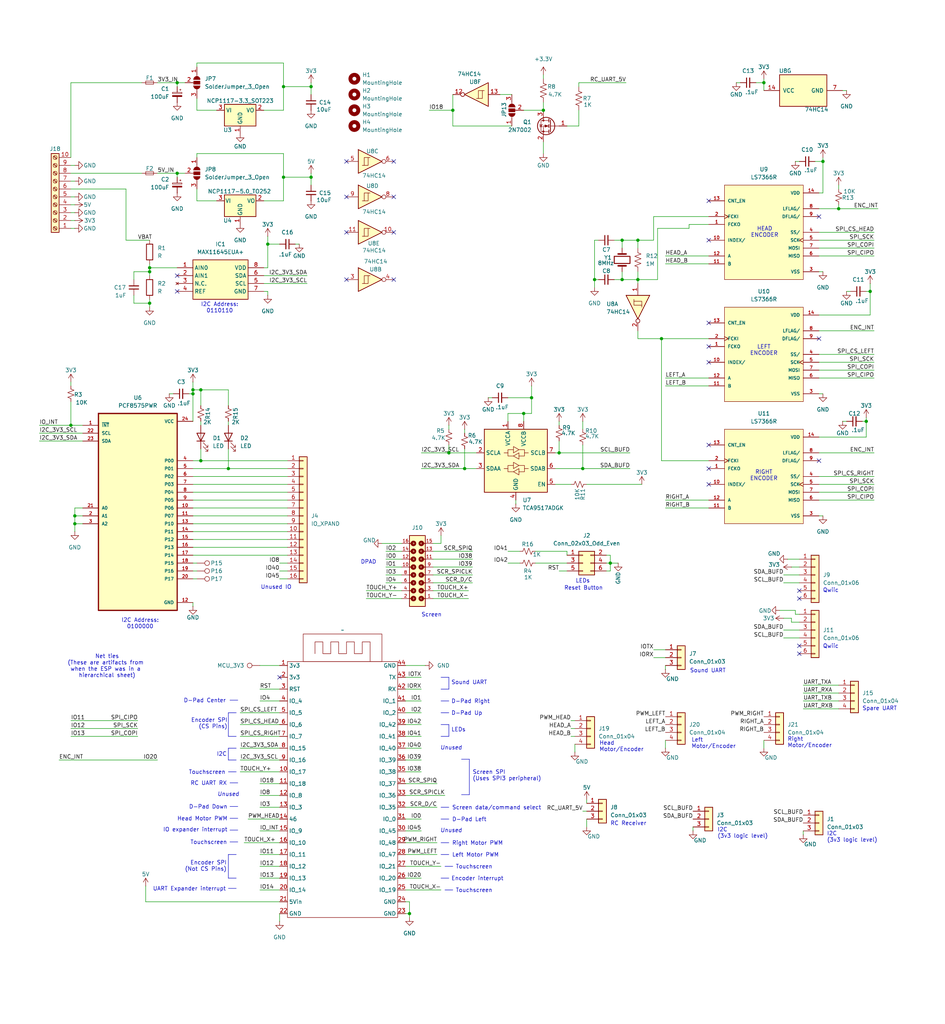
<source format=kicad_sch>
(kicad_sch (version 20231120) (generator "eeschema") (generator_version "8.0")
  (paper "User" 304.8 330.2)
  (junction (at 91.44 57.15))
  (junction (at 144.78 146.05))
  (junction (at -76.2 59.69))
  (junction (at 57.15 55.88))
  (junction (at -72.39 104.14))
  (junction (at 48.26 86.36))
  (junction (at 205.74 77.47))
  (junction (at 91.44 27.94))
  (junction (at 100.33 27.94))
  (junction (at 187.96 151.13))
  (junction (at 180.34 146.05))
  (junction (at 57.15 26.67))
  (junction (at 146.05 35.56))
  (junction (at 149.86 151.13))
  (junction (at 171.45 128.27))
  (junction (at 200.66 90.17))
  (junction (at 280.67 93.98))
  (junction (at 64.77 148.59))
  (junction (at 175.26 35.56))
  (junction (at 86.36 78.74))
  (junction (at -72.39 91.44))
  (junction (at 213.36 109.22))
  (junction (at 48.26 87.63))
  (junction (at 246.38 26.67))
  (junction (at 64.77 125.73))
  (junction (at 270.51 67.31))
  (junction (at 48.26 97.79))
  (junction (at 62.23 127))
  (junction (at -27.94 59.69))
  (junction (at -81.28 104.14))
  (junction (at -69.85 59.69))
  (junction (at 100.33 57.15))
  (junction (at 200.66 77.47))
  (junction (at 196.85 181.61))
  (junction (at 205.74 90.17))
  (junction (at 279.4 135.89))
  (junction (at 62.23 125.73))
  (junction (at 73.66 151.13))
  (junction (at 24.13 168.91))
  (junction (at 24.13 166.37))
  (junction (at 265.43 52.07))
  (junction (at 191.77 90.17))
  (junction (at 168.91 133.35))
  (junction (at -80.01 77.47))
  (junction (at 22.86 137.16))
  (junction (at 132.08 294.64))
  (junction (at -27.94 67.31))
  (no_connect (at -31.75 77.47))
  (no_connect (at -66.04 100.33))
  (no_connect (at 90.17 218.44))
  (no_connect (at 111.76 90.17))
  (no_connect (at 264.16 69.85))
  (no_connect (at 127 74.93))
  (no_connect (at 228.6 143.51))
  (no_connect (at -31.75 90.17))
  (no_connect (at 57.15 93.98))
  (no_connect (at -66.04 105.41))
  (no_connect (at 264.16 148.59))
  (no_connect (at 127 63.5))
  (no_connect (at 228.6 64.77))
  (no_connect (at 257.81 193.04))
  (no_connect (at 228.6 104.14))
  (no_connect (at 264.16 109.22))
  (no_connect (at -31.75 100.33))
  (no_connect (at 111.76 63.5))
  (no_connect (at 127 52.07))
  (no_connect (at 257.81 210.82))
  (no_connect (at -31.75 80.01))
  (no_connect (at -31.75 92.71))
  (no_connect (at -66.04 82.55))
  (no_connect (at 228.6 77.47))
  (no_connect (at 127 90.17))
  (no_connect (at 228.6 156.21))
  (no_connect (at 228.6 111.76))
  (no_connect (at 228.6 116.84))
  (no_connect (at 111.76 52.07))
  (no_connect (at 228.6 151.13))
  (no_connect (at 111.76 74.93))
  (no_connect (at -66.04 102.87))
  (no_connect (at -66.04 107.95))
  (no_connect (at -31.75 105.41))
  (no_connect (at 257.81 208.28))
  (no_connect (at 257.81 190.5))
  (no_connect (at -31.75 102.87))
  (no_connect (at -31.75 107.95))
  (no_connect (at 57.15 88.9))
  (wire (pts (xy 86.36 93.98) (xy 86.36 95.25)))
  (wire (pts (xy 62.23 125.73) (xy 64.77 125.73)))
  (wire (pts (xy 180.34 184.15) (xy 182.88 184.15)))
  (wire (pts (xy 280.67 93.98) (xy 280.67 101.6)))
  (wire (pts (xy 90.17 294.64) (xy 90.17 297.18)))
  (wire (pts (xy 83.82 214.63) (xy 90.17 214.63)))
  (wire (pts (xy 62.23 125.73) (xy 62.23 127)))
  (wire (pts (xy 144.78 137.16) (xy 144.78 138.43)))
  (polyline (pts (xy 73.66 248.92) (xy 76.2 248.92)))
  (wire (pts (xy 83.82 260.35) (xy 90.17 260.35)))
  (wire (pts (xy 130.81 260.35) (xy 140.97 260.35)))
  (wire (pts (xy 85.09 91.44) (xy 99.06 91.44)))
  (wire (pts (xy 264.16 116.84) (xy 281.94 116.84)))
  (wire (pts (xy 92.71 158.75) (xy 62.23 158.75)))
  (wire (pts (xy 43.18 97.79) (xy 48.26 97.79)))
  (polyline (pts (xy 76.2 275.59) (xy 73.66 275.59)))
  (wire (pts (xy 22.86 53.34) (xy 24.13 53.34)))
  (wire (pts (xy 180.34 142.24) (xy 180.34 146.05)))
  (wire (pts (xy 195.58 184.15) (xy 196.85 184.15)))
  (wire (pts (xy 62.23 179.07) (xy 92.71 179.07)))
  (polyline (pts (xy 142.24 264.16) (xy 144.78 264.16)))
  (polyline (pts (xy 146.05 287.02) (xy 143.51 287.02)))
  (polyline (pts (xy 73.66 286.512) (xy 76.2 286.512)))
  (wire (pts (xy 166.37 162.56) (xy 166.37 161.29)))
  (wire (pts (xy 257.81 185.42) (xy 252.73 185.42)))
  (wire (pts (xy 63.5 49.53) (xy 91.44 49.53)))
  (wire (pts (xy 40.64 77.47) (xy 48.26 77.47)))
  (wire (pts (xy 92.71 148.59) (xy 64.77 148.59)))
  (polyline (pts (xy 74.168 271.526) (xy 76.708 271.526)))
  (wire (pts (xy 186.69 27.94) (xy 186.69 26.67)))
  (polyline (pts (xy 74.168 260.096) (xy 76.708 260.096)))
  (wire (pts (xy 135.89 146.05) (xy 144.78 146.05)))
  (wire (pts (xy 187.96 261.62) (xy 189.23 261.62)))
  (wire (pts (xy 64.77 125.73) (xy 64.77 130.81)))
  (wire (pts (xy 24.13 71.12) (xy 22.86 71.12)))
  (wire (pts (xy 96.52 78.74) (xy 95.25 78.74)))
  (wire (pts (xy 77.47 245.11) (xy 90.17 245.11)))
  (wire (pts (xy 48.26 99.06) (xy 48.26 97.79)))
  (polyline (pts (xy 73.66 275.59) (xy 73.66 283.21)))
  (wire (pts (xy 83.82 287.02) (xy 90.17 287.02)))
  (wire (pts (xy 262.89 52.07) (xy 265.43 52.07)))
  (wire (pts (xy 259.08 228.6) (xy 270.51 228.6)))
  (polyline (pts (xy 73.66 245.11) (xy 76.2 245.11)))
  (polyline (pts (xy 76.2 241.3) (xy 73.66 241.3)))
  (wire (pts (xy 100.33 57.15) (xy 100.33 55.88)))
  (wire (pts (xy 168.91 133.35) (xy 168.91 135.89)))
  (wire (pts (xy 130.81 271.78) (xy 140.97 271.78)))
  (wire (pts (xy 99.06 88.9) (xy 85.09 88.9)))
  (wire (pts (xy -66.04 95.25) (xy -68.58 95.25)))
  (wire (pts (xy 259.08 223.52) (xy 270.51 223.52)))
  (wire (pts (xy 63.5 64.77) (xy 69.85 64.77)))
  (wire (pts (xy 184.15 234.95) (xy 185.42 234.95)))
  (wire (pts (xy 118.11 190.5) (xy 129.54 190.5)))
  (wire (pts (xy 281.94 158.75) (xy 264.16 158.75)))
  (wire (pts (xy 252.73 203.2) (xy 257.81 203.2)))
  (wire (pts (xy -66.04 80.01) (xy -80.01 80.01)))
  (wire (pts (xy 132.08 290.83) (xy 132.08 294.64)))
  (wire (pts (xy 123.19 175.26) (xy 129.54 175.26)))
  (wire (pts (xy 270.51 67.31) (xy 283.21 67.31)))
  (wire (pts (xy 142.24 175.26) (xy 142.24 172.72)))
  (wire (pts (xy 163.83 133.35) (xy 168.91 133.35)))
  (polyline (pts (xy 151.384 256.286) (xy 151.384 244.856)))
  (wire (pts (xy 251.46 196.85) (xy 256.54 196.85)))
  (wire (pts (xy 130.81 245.11) (xy 135.89 245.11)))
  (wire (pts (xy 214.63 82.55) (xy 228.6 82.55)))
  (wire (pts (xy 62.23 176.53) (xy 92.71 176.53)))
  (wire (pts (xy -80.01 59.69) (xy -76.2 59.69)))
  (polyline (pts (xy 73.66 229.87) (xy 73.66 237.49)))
  (wire (pts (xy 86.36 78.74) (xy 90.17 78.74)))
  (wire (pts (xy 130.81 241.3) (xy 135.89 241.3)))
  (wire (pts (xy 50.8 26.67) (xy 57.15 26.67)))
  (wire (pts (xy 60.96 127) (xy 62.23 127)))
  (wire (pts (xy 12.7 137.16) (xy 22.86 137.16)))
  (wire (pts (xy 191.77 90.17) (xy 191.77 92.71)))
  (wire (pts (xy 64.77 144.78) (xy 64.77 148.59)))
  (wire (pts (xy 22.86 232.41) (xy 44.45 232.41)))
  (wire (pts (xy 83.82 283.21) (xy 90.17 283.21)))
  (wire (pts (xy 22.86 60.96) (xy 40.64 60.96)))
  (wire (pts (xy -81.28 104.14) (xy -80.01 104.14)))
  (wire (pts (xy 48.26 87.63) (xy 48.26 88.9)))
  (wire (pts (xy -31.75 87.63) (xy -21.59 87.63)))
  (wire (pts (xy 73.66 125.73) (xy 73.66 130.81)))
  (wire (pts (xy -69.85 59.69) (xy -69.85 60.96)))
  (polyline (pts (xy 74.168 225.806) (xy 76.708 225.806)))
  (wire (pts (xy 210.82 212.09) (xy 214.63 212.09)))
  (wire (pts (xy 63.5 21.59) (xy 63.5 20.32)))
  (wire (pts (xy 73.66 151.13) (xy 62.23 151.13)))
  (wire (pts (xy 199.39 181.61) (xy 196.85 181.61)))
  (wire (pts (xy 130.81 248.92) (xy 135.89 248.92)))
  (polyline (pts (xy 76.708 267.716) (xy 74.168 267.716)))
  (wire (pts (xy 100.33 27.94) (xy 91.44 27.94)))
  (wire (pts (xy 191.77 90.17) (xy 193.04 90.17)))
  (wire (pts (xy 43.18 87.63) (xy 48.26 87.63)))
  (wire (pts (xy 92.71 151.13) (xy 73.66 151.13)))
  (wire (pts (xy -31.75 85.09) (xy -21.59 85.09)))
  (wire (pts (xy 12.7 139.7) (xy 26.67 139.7)))
  (wire (pts (xy 259.08 220.98) (xy 270.51 220.98)))
  (wire (pts (xy 279.4 93.98) (xy 280.67 93.98)))
  (wire (pts (xy 130.81 237.49) (xy 135.89 237.49)))
  (wire (pts (xy 196.85 179.07) (xy 195.58 179.07)))
  (wire (pts (xy 22.86 137.16) (xy 26.67 137.16)))
  (wire (pts (xy 281.94 119.38) (xy 264.16 119.38)))
  (wire (pts (xy 22.86 129.54) (xy 22.86 137.16)))
  (wire (pts (xy 256.54 52.07) (xy 257.81 52.07)))
  (wire (pts (xy 270.51 66.04) (xy 270.51 67.31)))
  (wire (pts (xy 83.82 222.25) (xy 90.17 222.25)))
  (wire (pts (xy 265.43 166.37) (xy 264.16 166.37)))
  (wire (pts (xy 24.13 171.45) (xy 24.13 168.91)))
  (wire (pts (xy 168.91 35.56) (xy 175.26 35.56)))
  (wire (pts (xy 12.7 142.24) (xy 26.67 142.24)))
  (wire (pts (xy 63.5 31.75) (xy 63.5 35.56)))
  (wire (pts (xy 64.77 125.73) (xy 73.66 125.73)))
  (wire (pts (xy 22.86 58.42) (xy 24.13 58.42)))
  (wire (pts (xy 78.74 271.78) (xy 90.17 271.78)))
  (wire (pts (xy 171.45 133.35) (xy 168.91 133.35)))
  (wire (pts (xy 191.77 77.47) (xy 191.77 90.17)))
  (polyline (pts (xy 146.05 279.4) (xy 143.51 279.4)))
  (wire (pts (xy 64.77 135.89) (xy 64.77 137.16)))
  (wire (pts (xy 124.46 185.42) (xy 129.54 185.42)))
  (wire (pts (xy 139.7 185.42) (xy 152.4 185.42)))
  (wire (pts (xy 100.33 57.15) (xy 100.33 59.69)))
  (wire (pts (xy 200.66 77.47) (xy 200.66 80.01)))
  (polyline (pts (xy 74.168 263.906) (xy 76.708 263.906)))
  (wire (pts (xy 80.01 264.16) (xy 90.17 264.16)))
  (wire (pts (xy -31.75 115.57) (xy -31.75 113.03)))
  (wire (pts (xy 264.16 146.05) (xy 281.94 146.05)))
  (wire (pts (xy 22.86 66.04) (xy 24.13 66.04)))
  (wire (pts (xy 92.71 163.83) (xy 62.23 163.83)))
  (wire (pts (xy 171.45 128.27) (xy 171.45 133.35)))
  (wire (pts (xy 246.38 238.76) (xy 246.38 241.3)))
  (wire (pts (xy 83.82 279.4) (xy 90.17 279.4)))
  (wire (pts (xy 163.83 177.8) (xy 167.64 177.8)))
  (wire (pts (xy 187.96 135.89) (xy 187.96 138.43)))
  (wire (pts (xy 213.36 148.59) (xy 228.6 148.59)))
  (wire (pts (xy 196.85 181.61) (xy 195.58 181.61)))
  (wire (pts (xy -76.2 59.69) (xy -76.2 60.96)))
  (wire (pts (xy 73.66 135.89) (xy 73.66 137.16)))
  (wire (pts (xy -81.28 87.63) (xy -66.04 87.63)))
  (wire (pts (xy 92.71 161.29) (xy 62.23 161.29)))
  (wire (pts (xy 264.16 77.47) (xy 281.94 77.47)))
  (wire (pts (xy 130.81 218.44) (xy 135.89 218.44)))
  (wire (pts (xy 259.08 269.24) (xy 259.08 267.97)))
  (wire (pts (xy 187.96 143.51) (xy 187.96 151.13)))
  (wire (pts (xy 63.5 35.56) (xy 69.85 35.56)))
  (wire (pts (xy 130.81 226.06) (xy 135.89 226.06)))
  (wire (pts (xy 118.11 193.04) (xy 129.54 193.04)))
  (wire (pts (xy 205.74 90.17) (xy 205.74 91.44)))
  (wire (pts (xy 222.25 72.39) (xy 228.6 72.39)))
  (wire (pts (xy 63.5 60.96) (xy 63.5 64.77)))
  (wire (pts (xy 280.67 101.6) (xy 264.16 101.6)))
  (wire (pts (xy -27.94 59.69) (xy -27.94 60.96)))
  (wire (pts (xy 22.86 123.19) (xy 22.86 124.46)))
  (wire (pts (xy 257.81 200.66) (xy 255.27 200.66)))
  (polyline (pts (xy 148.844 244.856) (xy 151.384 244.856)))
  (wire (pts (xy 281.94 80.01) (xy 264.16 80.01)))
  (wire (pts (xy 175.26 24.13) (xy 175.26 25.4)))
  (wire (pts (xy 205.74 90.17) (xy 200.66 90.17)))
  (wire (pts (xy 149.86 138.43) (xy 149.86 139.7)))
  (wire (pts (xy -80.01 77.47) (xy -80.01 59.69)))
  (wire (pts (xy 139.7 182.88) (xy 152.4 182.88)))
  (wire (pts (xy 86.36 76.2) (xy 86.36 78.74)))
  (wire (pts (xy 264.16 106.68) (xy 281.94 106.68)))
  (wire (pts (xy 91.44 64.77) (xy 85.09 64.77)))
  (wire (pts (xy 24.13 163.83) (xy 26.67 163.83)))
  (wire (pts (xy 198.12 90.17) (xy 200.66 90.17)))
  (wire (pts (xy 256.54 198.12) (xy 256.54 196.85)))
  (wire (pts (xy 205.74 109.22) (xy 213.36 109.22)))
  (wire (pts (xy 91.44 35.56) (xy 85.09 35.56)))
  (wire (pts (xy -27.94 67.31) (xy -16.51 67.31)))
  (wire (pts (xy 90.17 181.61) (xy 92.71 181.61)))
  (wire (pts (xy 185.42 240.03) (xy 185.42 242.57)))
  (wire (pts (xy 50.8 55.88) (xy 57.15 55.88)))
  (wire (pts (xy 124.46 182.88) (xy 129.54 182.88)))
  (wire (pts (xy 77.47 233.68) (xy 90.17 233.68)))
  (wire (pts (xy 48.26 85.09) (xy 48.26 86.36)))
  (wire (pts (xy 213.36 109.22) (xy 228.6 109.22)))
  (wire (pts (xy 186.69 35.56) (xy 186.69 40.64)))
  (wire (pts (xy -27.94 57.15) (xy -27.94 59.69)))
  (wire (pts (xy 200.66 90.17) (xy 200.66 87.63)))
  (polyline (pts (xy 142.24 260.35) (xy 144.78 260.35)))
  (wire (pts (xy 22.86 26.67) (xy 45.72 26.67)))
  (wire (pts (xy 186.69 40.64) (xy 182.88 40.64)))
  (wire (pts (xy 214.63 85.09) (xy 228.6 85.09)))
  (wire (pts (xy 22.86 68.58) (xy 24.13 68.58)))
  (wire (pts (xy -31.75 67.31) (xy -27.94 67.31)))
  (wire (pts (xy -21.59 72.39) (xy -31.75 72.39)))
  (wire (pts (xy 130.81 290.83) (xy 132.08 290.83)))
  (wire (pts (xy 85.09 93.98) (xy 86.36 93.98)))
  (wire (pts (xy 57.15 27.94) (xy 57.15 26.67)))
  (wire (pts (xy 139.7 187.96) (xy 152.4 187.96)))
  (wire (pts (xy 210.82 69.85) (xy 210.82 77.47)))
  (wire (pts (xy 24.13 168.91) (xy 26.67 168.91)))
  (wire (pts (xy 172.72 181.61) (xy 182.88 181.61)))
  (wire (pts (xy 149.86 144.78) (xy 149.86 151.13)))
  (wire (pts (xy 57.15 55.88) (xy 59.69 55.88)))
  (wire (pts (xy 48.26 86.36) (xy 48.26 87.63)))
  (wire (pts (xy 130.81 229.87) (xy 135.89 229.87)))
  (wire (pts (xy 271.78 135.89) (xy 273.05 135.89)))
  (wire (pts (xy -66.04 67.31) (xy -69.85 67.31)))
  (wire (pts (xy 175.26 33.02) (xy 175.26 35.56)))
  (wire (pts (xy 163.83 181.61) (xy 167.64 181.61)))
  (wire (pts (xy -69.85 67.31) (xy -69.85 66.04)))
  (wire (pts (xy 130.81 252.73) (xy 140.97 252.73)))
  (wire (pts (xy -72.39 91.44) (xy -66.04 91.44)))
  (wire (pts (xy -81.28 85.09) (xy -66.04 85.09)))
  (wire (pts (xy -81.28 91.44) (xy -81.28 104.14)))
  (wire (pts (xy 62.23 156.21) (xy 92.71 156.21)))
  (wire (pts (xy 135.89 222.25) (xy 130.81 222.25)))
  (wire (pts (xy 83.82 226.06) (xy 90.17 226.06)))
  (wire (pts (xy 62.23 168.91) (xy 92.71 168.91)))
  (wire (pts (xy 139.7 177.8) (xy 152.4 177.8)))
  (wire (pts (xy 165.1 30.48) (xy 161.29 30.48)))
  (wire (pts (xy 77.47 241.3) (xy 90.17 241.3)))
  (wire (pts (xy 57.15 57.15) (xy 57.15 55.88)))
  (wire (pts (xy 280.67 91.44) (xy 280.67 93.98)))
  (wire (pts (xy 90.17 186.69) (xy 92.71 186.69)))
  (wire (pts (xy 62.23 186.69) (xy 63.5 186.69)))
  (wire (pts (xy 144.78 143.51) (xy 144.78 146.05)))
  (wire (pts (xy 265.43 50.8) (xy 265.43 52.07)))
  (wire (pts (xy 92.71 166.37) (xy 62.23 166.37)))
  (wire (pts (xy 130.81 275.59) (xy 140.97 275.59)))
  (wire (pts (xy 196.85 184.15) (xy 196.85 181.61)))
  (wire (pts (xy 163.83 135.89) (xy 163.83 133.35)))
  (wire (pts (xy 254 180.34) (xy 257.81 180.34)))
  (wire (pts (xy 196.85 181.61) (xy 196.85 179.07)))
  (wire (pts (xy 243.84 26.67) (xy 246.38 26.67)))
  (wire (pts (xy 64.77 148.59) (xy 62.23 148.59)))
  (wire (pts (xy 132.08 294.64) (xy 130.81 294.64)))
  (wire (pts (xy 130.81 279.4) (xy 142.24 279.4)))
  (wire (pts (xy 124.46 177.8) (xy 129.54 177.8)))
  (wire (pts (xy 24.13 166.37) (xy 26.67 166.37)))
  (wire (pts (xy 264.16 114.3) (xy 281.94 114.3)))
  (wire (pts (xy 22.86 234.95) (xy 44.45 234.95)))
  (wire (pts (xy 62.23 184.15) (xy 63.5 184.15)))
  (wire (pts (xy 273.05 93.98) (xy 274.32 93.98)))
  (wire (pts (xy 24.13 73.66) (xy 22.86 73.66)))
  (wire (pts (xy 165.1 40.64) (xy 146.05 40.64)))
  (polyline (pts (xy 142.24 222.25) (xy 144.78 222.25)))
  (wire (pts (xy -68.58 104.14) (xy -72.39 104.14)))
  (wire (pts (xy -81.28 104.14) (xy -81.28 106.68)))
  (wire (pts (xy 189.23 156.21) (xy 207.01 156.21)))
  (wire (pts (xy 48.26 86.36) (xy 57.15 86.36)))
  (wire (pts (xy 237.49 26.67) (xy 238.76 26.67)))
  (wire (pts (xy 137.16 214.63) (xy 130.81 214.63)))
  (wire (pts (xy 40.64 60.96) (xy 40.64 77.47)))
  (wire (pts (xy 48.26 97.79) (xy 48.26 96.52)))
  (wire (pts (xy -66.04 72.39) (xy -76.2 72.39)))
  (wire (pts (xy 146.05 40.64) (xy 146.05 35.56)))
  (wire (pts (xy 205.74 87.63) (xy 205.74 90.17)))
  (wire (pts (xy 246.38 26.67) (xy 246.38 29.21)))
  (wire (pts (xy 265.43 52.07) (xy 265.43 62.23)))
  (wire (pts (xy 279.4 135.89) (xy 279.4 140.97)))
  (polyline (pts (xy 142.24 218.44) (xy 144.78 218.44)))
  (wire (pts (xy 255.27 200.66) (xy 255.27 199.39)))
  (wire (pts (xy 83.82 267.97) (xy 90.17 267.97)))
  (wire (pts (xy 212.09 90.17) (xy 212.09 73.66)))
  (wire (pts (xy 63.5 181.61) (xy 62.23 181.61)))
  (wire (pts (xy 264.16 156.21) (xy 281.94 156.21)))
  (wire (pts (xy 257.81 187.96) (xy 252.73 187.96)))
  (wire (pts (xy 63.5 20.32) (xy 91.44 20.32)))
  (wire (pts (xy 22.86 55.88) (xy 45.72 55.88)))
  (wire (pts (xy 146.05 35.56) (xy 146.05 30.48)))
  (wire (pts (xy 270.51 59.69) (xy 270.51 60.96)))
  (polyline (pts (xy 76.2 229.87) (xy 73.66 229.87)))
  (wire (pts (xy 175.26 45.72) (xy 175.26 49.53)))
  (wire (pts (xy 205.74 80.01) (xy 205.74 77.47)))
  (wire (pts (xy 83.82 256.54) (xy 90.17 256.54)))
  (wire (pts (xy 130.81 256.54) (xy 143.51 256.54)))
  (wire (pts (xy 22.86 237.49) (xy 44.45 237.49)))
  (wire (pts (xy -31.75 59.69) (xy -31.75 62.23)))
  (wire (pts (xy -74.93 91.44) (xy -72.39 91.44)))
  (polyline (pts (xy 142.24 237.49) (xy 144.78 237.49)))
  (wire (pts (xy 222.25 73.66) (xy 222.25 72.39)))
  (wire (pts (xy -66.04 77.47) (xy -80.01 77.47)))
  (wire (pts (xy 46.99 285.75) (xy 46.99 290.83)))
  (wire (pts (xy -76.2 59.69) (xy -69.85 59.69)))
  (wire (pts (xy 182.88 179.07) (xy 182.88 177.8)))
  (wire (pts (xy -80.01 80.01) (xy -80.01 77.47)))
  (wire (pts (xy 278.13 135.89) (xy 279.4 135.89)))
  (wire (pts (xy 43.18 95.25) (xy 43.18 97.79)))
  (wire (pts (xy -76.2 66.04) (xy -76.2 72.39)))
  (wire (pts (xy 19.05 245.11) (xy 50.8 245.11)))
  (wire (pts (xy 252.73 205.74) (xy 257.81 205.74)))
  (wire (pts (xy -80.01 91.44) (xy -81.28 91.44)))
  (wire (pts (xy 264.16 161.29) (xy 281.94 161.29)))
  (wire (pts (xy 130.81 233.68) (xy 135.89 233.68)))
  (polyline (pts (xy 144.78 218.44) (xy 144.78 222.25)))
  (wire (pts (xy 264.16 74.93) (xy 281.94 74.93)))
  (polyline (pts (xy 73.66 241.3) (xy 73.66 245.11)))
  (wire (pts (xy 62.23 173.99) (xy 92.71 173.99)))
  (wire (pts (xy 184.15 237.49) (xy 185.42 237.49)))
  (wire (pts (xy 255.27 182.88) (xy 257.81 182.88)))
  (wire (pts (xy 86.36 86.36) (xy 85.09 86.36)))
  (wire (pts (xy 223.52 267.97) (xy 223.52 266.7)))
  (wire (pts (xy 130.81 267.97) (xy 135.89 267.97)))
  (wire (pts (xy 83.82 252.73) (xy 90.17 252.73)))
  (wire (pts (xy 90.17 184.15) (xy 92.71 184.15)))
  (wire (pts (xy 22.86 63.5) (xy 24.13 63.5)))
  (wire (pts (xy 214.63 121.92) (xy 228.6 121.92)))
  (wire (pts (xy 189.23 257.81) (xy 189.23 259.08)))
  (wire (pts (xy 139.7 190.5) (xy 151.13 190.5)))
  (wire (pts (xy 138.43 35.56) (xy 146.05 35.56)))
  (wire (pts (xy 214.63 161.29) (xy 228.6 161.29)))
  (wire (pts (xy 130.81 264.16) (xy 135.89 264.16)))
  (wire (pts (xy -68.58 95.25) (xy -68.58 104.14)))
  (wire (pts (xy 132.08 295.91) (xy 132.08 294.64)))
  (wire (pts (xy 130.81 287.02) (xy 142.24 287.02)))
  (wire (pts (xy 77.47 237.49) (xy 90.17 237.49)))
  (wire (pts (xy 265.43 62.23) (xy 264.16 62.23)))
  (wire (pts (xy 24.13 166.37) (xy 24.13 163.83)))
  (wire (pts (xy -31.75 74.93) (xy -21.59 74.93)))
  (wire (pts (xy 124.46 180.34) (xy 129.54 180.34)))
  (wire (pts (xy 200.66 77.47) (xy 205.74 77.47)))
  (wire (pts (xy 179.07 156.21) (xy 184.15 156.21)))
  (wire (pts (xy 91.44 57.15) (xy 100.33 57.15)))
  (wire (pts (xy 265.43 127) (xy 264.16 127)))
  (wire (pts (xy 163.83 128.27) (xy 171.45 128.27)))
  (wire (pts (xy 186.69 26.67) (xy 201.93 26.67)))
  (wire (pts (xy 62.23 171.45) (xy 92.71 171.45)))
  (wire (pts (xy -66.04 92.71) (xy -66.04 91.44)))
  (wire (pts (xy 139.7 180.34) (xy 152.4 180.34)))
  (polyline (pts (xy 142.24 275.59) (xy 144.78 275.59)))
  (wire (pts (xy 279.4 134.62) (xy 279.4 135.89)))
  (wire (pts (xy 62.23 195.58) (xy 62.23 194.31)))
  (wire (pts (xy 91.44 49.53) (xy 91.44 57.15)))
  (wire (pts (xy 43.18 90.17) (xy 43.18 87.63)))
  (wire (pts (xy 22.86 26.67) (xy 22.86 50.8)))
  (polyline (pts (xy 73.66 283.21) (xy 76.2 283.21)))
  (wire (pts (xy 100.33 27.94) (xy 100.33 26.67)))
  (wire (pts (xy 179.07 146.05) (xy 180.34 146.05)))
  (wire (pts (xy 212.09 73.66) (xy 222.25 73.66)))
  (wire (pts (xy 205.74 90.17) (xy 212.09 90.17)))
  (wire (pts (xy 91.44 57.15) (xy 91.44 64.77)))
  (wire (pts (xy 46.99 290.83) (xy 90.17 290.83)))
  (wire (pts (xy 187.96 151.13) (xy 203.2 151.13)))
  (wire (pts (xy 62.23 127) (xy 62.23 135.89)))
  (wire (pts (xy 149.86 151.13) (xy 153.67 151.13)))
  (wire (pts (xy 139.7 193.04) (xy 151.13 193.04)))
  (polyline (pts (xy 142.24 226.06) (xy 144.78 226.06)))
  (wire (pts (xy 100.33 27.94) (xy 100.33 30.48)))
  (wire (pts (xy 264.16 67.31) (xy 270.51 67.31)))
  (wire (pts (xy 264.16 153.67) (xy 281.94 153.67)))
  (wire (pts (xy 24.13 168.91) (xy 24.13 166.37)))
  (wire (pts (xy 279.4 140.97) (xy 264.16 140.97)))
  (polyline (pts (xy 142.24 283.21) (xy 144.78 283.21)))
  (wire (pts (xy 63.5 50.8) (xy 63.5 49.53)))
  (wire (pts (xy 193.04 77.47) (xy 191.77 77.47)))
  (wire (pts (xy 144.78 146.05) (xy 153.67 146.05)))
  (wire (pts (xy 198.12 77.47) (xy 200.66 77.47)))
  (wire (pts (xy 210.82 77.47) (xy 205.74 77.47)))
  (wire (pts (xy 130.81 283.21) (xy 135.89 283.21)))
  (wire (pts (xy 214.63 215.9) (xy 214.63 214.63)))
  (wire (pts (xy -72.39 91.44) (xy -72.39 93.98)))
  (wire (pts (xy 213.36 148.59) (xy 213.36 109.22)))
  (wire (pts (xy -72.39 104.14) (xy -72.39 101.6)))
  (wire (pts (xy -74.93 104.14) (xy -72.39 104.14)))
  (wire (pts (xy 210.82 209.55) (xy 214.63 209.55)))
  (wire (pts (xy 77.47 248.92) (xy 90.17 248.92)))
  (polyline (pts (xy 142.24 271.78) (xy 144.78 271.78)))
  (wire (pts (xy 246.38 25.4) (xy 246.38 26.67)))
  (wire (pts (xy 259.08 226.06) (xy 270.51 226.06)))
  (wire (pts (xy 179.07 151.13) (xy 187.96 151.13)))
  (wire (pts (xy 62.23 153.67) (xy 92.71 153.67)))
  (polyline (pts (xy 144.78 233.68) (xy 144.78 237.49)))
  (wire (pts (xy -27.94 66.04) (xy -27.94 67.31)))
  (polyline (pts (xy 142.24 229.87) (xy 144.78 229.87)))
  (wire (pts (xy 214.63 238.76) (xy 214.63 241.3)))
  (wire (pts (xy 77.47 229.87) (xy 90.17 229.87)))
  (wire (pts (xy 171.45 124.46) (xy 171.45 128.27)))
  (wire (pts (xy 91.44 20.32) (xy 91.44 27.94)))
  (wire (pts (xy 257.81 198.12) (xy 256.54 198.12)))
  (wire (pts (xy 62.23 123.19) (xy 62.23 125.73)))
  (wire (pts (xy 205.74 106.68) (xy 205.74 109.22)))
  (wire (pts (xy 273.05 29.21) (xy 271.78 29.21)))
  (wire (pts (xy 157.48 128.27) (xy 158.75 128.27)))
  (wire (pts (xy 86.36 78.74) (xy 86.36 86.36)))
  (wire (pts (xy -31.75 59.69) (xy -27.94 59.69)))
  (polyline (pts (xy 74.168 252.476) (xy 76.708 252.476)))
  (wire (pts (xy 189.23 266.7) (xy 189.23 264.16)))
  (wire (pts (xy 265.43 87.63) (xy 264.16 87.63)))
  (wire (pts (xy 214.63 124.46) (xy 228.6 124.46)))
  (wire (pts (xy 91.44 27.94) (xy 91.44 35.56)))
  (polyline (pts (xy 148.844 256.286) (xy 151.384 256.286)))
  (wire (pts (xy 135.89 151.13) (xy 149.86 151.13)))
  (wire (pts (xy 57.15 26.67) (xy 59.69 26.67)))
  (wire (pts (xy 214.63 163.83) (xy 228.6 163.83)))
  (polyline (pts (xy 73.66 237.49) (xy 76.2 237.49)))
  (wire (pts (xy 124.46 187.96) (xy 129.54 187.96)))
  (wire (pts (xy 210.82 69.85) (xy 228.6 69.85)))
  (wire (pts (xy 184.15 232.41) (xy 185.42 232.41)))
  (wire (pts (xy 180.34 135.89) (xy 180.34 137.16)))
  (wire (pts (xy 142.24 175.26) (xy 139.7 175.26)))
  (polyline (pts (xy 142.24 233.68) (xy 144.78 233.68)))
  (wire (pts (xy 54.61 127) (xy 55.88 127)))
  (wire (pts (xy 83.82 275.59) (xy 90.17 275.59)))
  (wire (pts (xy 264.16 121.92) (xy 281.94 121.92)))
  (wire (pts (xy 255.27 199.39) (xy 252.73 199.39)))
  (wire (pts (xy 180.34 146.05) (xy 203.2 146.05)))
  (wire (pts (xy 264.16 82.55) (xy 281.94 82.55)))
  (wire (pts (xy 73.66 144.78) (xy 73.66 151.13)))
  (wire (pts (xy 182.88 177.8) (xy 172.72 177.8)))
  (text "DPAD" (at 118.872 181.356 0) (effects (font (size 1.27 1.27))))
  (text "Head Motor PWM" (at 73.406 264.16 0) (effects (font (size 1.27 1.27)) (justify right)))
  (text "D-Pad Right" (at 145.542 226.314 0) (effects (font (size 1.27 1.27)) (justify left)))
  (text "Reset Button" (at 188.214 189.738 0) (effects (font (size 1.27 1.27))))
  (text "Net ties\n(These are artifacts from \nwhen the ESP was in a \nhierarchical sheet)" (at 34.544 214.884 0) (effects (font (size 1.27 1.27))))
  (text "D-Pad Left" (at 145.796 264.414 0) (effects (font (size 1.27 1.27)) (justify left)))
  (text "Screen SPI\n(Uses SPI3 peripheral)" (at 152.4 250.19 0) (effects (font (size 1.27 1.27)) (justify left)))
  (text "I2C" (at 73.152 243.332 0) (effects (font (size 1.27 1.27)) (justify right)))
  (text "Qwiic\n" (at 267.97 190.5 0) (effects (font (size 1.27 1.27))))
  (text "RC UART RX" (at 67.31 252.73 0) (effects (font (size 1.27 1.27))))
  (text "UART Expander interrupt" (at 72.898 286.766 0) (effects (font (size 1.27 1.27)) (justify right)))
  (text "Right \nMotor/Encoder" (at 254 239.522 0) (effects (font (size 1.27 1.27)) (justify left)))
  (text "Touchscreen" (at 152.908 287.274 0) (effects (font (size 1.27 1.27))))
  (text "Unused IO" (at 84.074 189.484 0) (effects (font (size 1.27 1.27)) (justify left)))
  (text "Encoder SPI\n(Not CS Pins)" (at 73.152 279.4 0) (effects (font (size 1.27 1.27)) (justify right)))
  (text "Encoder interrupt" (at 145.542 283.464 0) (effects (font (size 1.27 1.27)) (justify left)))
  (text "Encoder SPI\n(CS Pins)" (at 73.406 233.426 0) (effects (font (size 1.27 1.27)) (justify right)))
  (text "Touchscreen" (at 152.908 279.654 0) (effects (font (size 1.27 1.27))))
  (text "RIGHT\nENCODER" (at 246.38 153.416 0) (effects (font (size 1.27 1.27))))
  (text "Touchscreen" (at 66.802 249.174 0) (effects (font (size 1.27 1.27))))
  (text "Right Motor PWM" (at 145.796 272.034 0) (effects (font (size 1.27 1.27)) (justify left)))
  (text "I2C\n(3v3 logic level)" (at 231.394 268.732 0) (effects (font (size 1.27 1.27)) (justify left)))
  (text "LEDs" (at 187.96 187.452 0) (effects (font (size 1.27 1.27))))
  (text "IO expander interrupt" (at 73.406 267.716 0) (effects (font (size 1.27 1.27)) (justify right)))
  (text "I2C Address:\n0110110" (at 70.866 99.314 0) (effects (font (size 1.27 1.27))))
  (text "Sound UART" (at 222.504 216.408 0) (effects (font (size 1.27 1.27)) (justify left)))
  (text "I2C\n(3v3 logic level)" (at 266.7 270.002 0) (effects (font (size 1.27 1.27)) (justify left)))
  (text "Touchscreen" (at 67.31 271.78 0) (effects (font (size 1.27 1.27))))
  (text "LEFT\nENCODER" (at 246.38 113.03 0) (effects (font (size 1.27 1.27))))
  (text "D-Pad Center" (at 72.898 226.06 0) (effects (font (size 1.27 1.27)) (justify right)))
  (text "Unused" (at 70.104 256.286 0) (effects (font (size 1.27 1.27) (italic yes)) (justify left)))
  (text "D-Pad Down" (at 73.406 260.35 0) (effects (font (size 1.27 1.27)) (justify right)))
  (text "HEAD\nENCODER" (at 246.634 74.93 0) (effects (font (size 1.27 1.27))))
  (text "Unused" (at 141.986 267.97 0) (effects (font (size 1.27 1.27) (italic yes)) (justify left)))
  (text "LEDs" (at 145.542 235.458 0) (effects (font (size 1.27 1.27)) (justify left)))
  (text "Left Motor PWM" (at 145.796 275.844 0) (effects (font (size 1.27 1.27)) (justify left)))
  (text "Screen" (at 139.192 198.374 0) (effects (font (size 1.27 1.27))))
  (text "Qwiic\n" (at 267.97 208.534 0) (effects (font (size 1.27 1.27))))
  (text "Spare UART" (at 278.13 228.6 0) (effects (font (size 1.27 1.27)) (justify left)))
  (text "Screen data/command select" (at 145.796 260.604 0) (effects (font (size 1.27 1.27)) (justify left)))
  (text "Unused" (at 141.986 241.3 0) (effects (font (size 1.27 1.27) (italic yes)) (justify left)))
  (text "Head \nMotor/Encoder" (at 193.294 240.792 0) (effects (font (size 1.27 1.27)) (justify left)))
  (text "D-Pad Up" (at 145.542 230.124 0) (effects (font (size 1.27 1.27)) (justify left)))
  (text "Left \nMotor/Encoder" (at 223.012 239.776 0) (effects (font (size 1.27 1.27)) (justify left)))
  (text "Sound UART" (at 145.542 220.218 0) (effects (font (size 1.27 1.27)) (justify left)))
  (text "I2C Address:\n1001000" (at -48.768 119.38 0) (effects (font (size 1.27 1.27))))
  (text "I2C Address:\n0100000" (at 45.212 201.168 0) (effects (font (size 1.27 1.27))))
  (text "RC Receiver" (at 196.85 265.684 0) (effects (font (size 1.27 1.27)) (justify left)))
  (label "IO20" (at 135.89 283.21 180))
  (label "TOUCH_X+" (at 78.74 271.78 0))
  (label "SPI_CIPO" (at 44.45 232.41 180))
  (label "IO14" (at -16.51 67.31 180))
  (label "SPI_COPI" (at 281.94 119.38 180))
  (label "IO18" (at 83.82 252.73 0))
  (label "UART_TXA" (at 259.08 220.98 0))
  (label "LEFT_B" (at 214.63 236.22 180))
  (label "RC_UART_5V" (at 187.96 261.62 180))
  (label "IO42" (at 135.89 233.68 180))
  (label "PWM_LEFT" (at 214.63 231.14 180))
  (label "SCR_D{slash}C" (at 152.4 187.96 180))
  (label "SPI_CIPO" (at 281.94 121.92 180))
  (label "5V_IN" (at 50.8 55.88 0))
  (label "SPI_SCK" (at 281.94 77.47 180))
  (label "RIGHT_A" (at 246.38 233.68 180))
  (label "IO38" (at 152.4 180.34 180))
  (label "SPI_COPI" (at 281.94 80.01 180))
  (label "SPI_CIPO" (at 281.94 82.55 180))
  (label "SCR_D{slash}C" (at 140.97 260.35 180))
  (label "PWM_HEAD" (at 184.15 232.41 180))
  (label "SPI_CS_LEFT" (at 281.94 114.3 180))
  (label "ENC_INT" (at 19.05 245.11 0))
  (label "LEFT_B" (at 214.63 124.46 0))
  (label "RIGHT_B" (at 246.38 236.22 180))
  (label "IO40" (at 90.17 184.15 180))
  (label "SDA_BUFD" (at 252.73 203.2 180))
  (label "RIGHT_A" (at 214.63 161.29 0))
  (label "IO11" (at 83.82 275.59 0))
  (label "IO41" (at 135.89 237.49 180))
  (label "IO_INT" (at 83.82 267.97 0))
  (label "SCL_BUFD" (at 252.73 187.96 180))
  (label "RC_UART_5V" (at 201.93 26.67 180))
  (label "IO2" (at 124.46 177.8 0))
  (label "SCR_SPICLK" (at 143.51 256.54 180))
  (label "HEAD_A" (at 214.63 82.55 0))
  (label "UART_RXA" (at -21.59 74.93 180))
  (label "UART_RXB" (at 259.08 228.6 0))
  (label "TOUCH_Y-" (at 142.24 279.4 180))
  (label "SPI_CIPO" (at 281.94 161.29 180))
  (label "SPI_CS_HEAD" (at 281.94 74.93 180))
  (label "IO3" (at 124.46 185.42 0))
  (label "PWM_RIGHT" (at 246.38 231.14 180))
  (label "IOTX" (at 210.82 209.55 180))
  (label "I2C_3V3_SCL" (at 135.89 146.05 0))
  (label "IO_INT" (at 12.7 137.16 0))
  (label "SPI_CS_RIGHT" (at 77.47 237.49 0))
  (label "IO1" (at 135.89 226.06 180))
  (label "SCL_BUFD" (at 252.73 205.74 180))
  (label "IO41" (at 163.83 177.8 180))
  (label "IOTX" (at 135.89 218.44 180))
  (label "I2C_3V3_SCL" (at 12.7 139.7 0))
  (label "SDA_BUFD" (at 252.73 185.42 180))
  (label "I2C_3V3_SDA" (at 12.7 142.24 0))
  (label "ENC_INT" (at 281.94 106.68 180))
  (label "SPI_COPI" (at 44.45 237.49 180))
  (label "TOUCH_Y+" (at 118.11 190.5 0))
  (label "I2C_3V3_SDA" (at 99.06 88.9 180))
  (label "TOUCH_Y+" (at 77.47 248.92 0))
  (label "IO2" (at 135.89 229.87 180))
  (label "SCR_SPIQ" (at 152.4 177.8 180))
  (label "IO39" (at 152.4 182.88 180))
  (label "SCR_SPIQ" (at 140.97 252.73 180))
  (label "HEAD_B" (at 184.15 237.49 180))
  (label "RST" (at 83.82 222.25 0))
  (label "I2C_3V3_SCL" (at -81.28 85.09 0))
  (label "TOUCH_X+" (at 151.13 190.5 180))
  (label "IO1" (at 124.46 182.88 0))
  (label "IO18" (at 138.43 35.56 0))
  (label "3V3_IN" (at 50.8 26.67 0))
  (label "I2C_3V3_SCL" (at 77.47 245.11 0))
  (label "IO13" (at 22.86 237.49 0))
  (label "UART_TXB" (at -21.59 85.09 180))
  (label "ENC_INT" (at 283.21 67.31 180))
  (label "SPI_CS_LEFT" (at 77.47 229.87 0))
  (label "IO14" (at 83.82 287.02 0))
  (label "UART_TXB" (at 259.08 226.06 0))
  (label "RST" (at 180.34 184.15 180))
  (label "IO8" (at 83.82 256.54 0))
  (label "IO42" (at 163.83 181.61 180))
  (label "I2C_3V3_SDA" (at 135.89 151.13 0))
  (label "IO0" (at 124.46 180.34 0))
  (label "SPI_CS_RIGHT" (at 281.94 153.67 180))
  (label "IO38" (at 135.89 248.92 180))
  (label "I2C_3V3_SDA" (at 77.47 241.3 0))
  (label "LEFT_A" (at 214.63 233.68 180))
  (label "SDA_BUFD" (at 259.08 265.43 180))
  (label "TOUCH_Y-" (at 118.11 193.04 0))
  (label "IO11" (at 22.86 232.41 0))
  (label "IO40" (at 135.89 241.3 180))
  (label "SDA_BUFD" (at 203.2 151.13 180))
  (label "I2C_3V3_SDA" (at -81.28 87.63 0))
  (label "I2C_3V3_SCL" (at 99.06 91.44 180))
  (label "PWM_LEFT" (at 140.97 275.59 180))
  (label "TOUCH_X-" (at 151.13 193.04 180))
  (label "SPI_SCK" (at 281.94 156.21 180))
  (label "IO45" (at 90.17 186.69 180))
  (label "IO0" (at 135.89 264.16 180))
  (label "IO4" (at 83.82 226.06 0))
  (label "SPI_COPI" (at 281.94 158.75 180))
  (label "UART_TXA" (at -21.59 72.39 180))
  (label "HEAD_A" (at 184.15 234.95 180))
  (label "VBAT" (at 44.45 77.47 0))
  (label "IO45" (at 135.89 267.97 180))
  (label "IO3" (at 83.82 260.35 0))
  (label "IO13" (at 83.82 283.21 0))
  (label "IO8" (at 90.17 181.61 180))
  (label "SPI_CS_HEAD" (at 77.47 233.68 0))
  (label "SPI_SCK" (at 281.94 116.84 180))
  (label "PWM_RIGHT" (at 140.97 271.78 180))
  (label "IO4" (at 124.46 187.96 0))
  (label "LEFT_A" (at 214.63 121.92 0))
  (label "HEAD_B" (at 214.63 85.09 0))
  (label "SCL_BUFD" (at 203.2 146.05 180))
  (label "IO12" (at 83.82 279.4 0))
  (label "IO20" (at 50.8 245.11 180))
  (label "TOUCH_X-" (at 142.24 287.02 180))
  (label "SDA_BUFD" (at 223.52 264.16 180))
  (label "IO39" (at 135.89 245.11 180))
  (label "IO12" (at 22.86 234.95 0))
  (label "SCR_SPICLK" (at 152.4 185.42 180))
  (label "SCL_BUFD" (at 223.52 261.62 180))
  (label "UART_RXA" (at 259.08 223.52 0))
  (label "UART_RXB" (at -21.59 87.63 180))
  (label "SCL_BUFD" (at 259.08 262.89 180))
  (label "RIGHT_B" (at 214.63 163.83 0))
  (label "IORX" (at 135.89 222.25 180))
  (label "IORX" (at 210.82 212.09 180))
  (label "PWM_HEAD" (at 80.01 264.16 0))
  (label "SPI_SCK" (at 44.45 234.95 180))
  (label "ENC_INT" (at 281.94 146.05 180))
  (symbol (lib_id "power:GND") (at 265.43 166.37 0) (unit 1)
    (property "Reference" "#PWR055" (effects (hide yes)))
    (property "Value" "GND" (at 265.43 171.45 0))
    (property "Description" "Power symbol creates a global label with name \"GND\" , ground" (effects (hide yes)))
  )
  (symbol (lib_id "power:+3.3V") (at 180.34 135.89 0) (unit 1)
    (property "Reference" "#PWR046" (effects (hide yes)))
    (property "Value" "3V3" (at 180.34 132.08 0))
    (property "Description" "Power symbol creates a global label with name \"+3.3V\"" (effects (hide yes)))
  )
  (symbol (lib_id "Logic_LevelTranslator:TCA9517ADGK") (at 166.37 148.59 0) (unit 1)
    (property "Reference" "U7" (at 168.5641 161.29 0) (effects (justify left)))
    (property "Value" "TCA9517ADGK" (at 168.5641 163.83 0) (effects (justify left)))
    (property "Footprint" "Package_SO:VSSOP-8_3x3mm_P0.65mm" (effects (hide yes)))
    (property "Datasheet" "https://www.ti.com/lit/ds/symlink/tca9517a.pdf" (effects (hide yes)))
    (property "Description" "Level-Translating I2C Bus Buffer/Repeater, VSSOP-8" (effects (hide yes)))
  )
  (symbol (lib_id "power:GND") (at 166.37 162.56 0) (unit 1)
    (property "Reference" "#PWR040" (effects (hide yes)))
    (property "Value" "GND" (at 166.37 167.64 0))
    (property "Description" "Power symbol creates a global label with name \"GND\" , ground" (effects (hide yes)))
  )
  (symbol (lib_id "power:+3.3V") (at 265.43 50.8 0) (unit 1)
    (property "Reference" "#PWR087" (effects (hide yes)))
    (property "Value" "3V3" (at 265.43 46.99 0))
    (property "Description" "Power symbol creates a global label with name \"+3.3V\"" (effects (hide yes)))
  )
  (symbol (lib_id "power:GND") (at 54.61 127 0) (unit 1)
    (property "Reference" "#PWR08" (effects (hide yes)))
    (property "Value" "GND" (at 54.61 130.81 0))
    (property "Description" "Power symbol creates a global label with name \"GND\" , ground" (effects (hide yes)))
  )
  (symbol (lib_id "Device:C_Small") (at -77.47 104.14 90) (unit 1)
    (property "Reference" "C19" (at -77.47 101.346 90))
    (property "Value" "C_Small" (effects (hide yes)))
    (property "Footprint" "Capacitor_SMD:C_1206_3216Metric" (effects (hide yes)))
    (property "Description" "Unpolarized capacitor, small symbol" (effects (hide yes)))
  )
  (symbol (lib_id "Device:R") (at 48.26 92.71 0) (unit 1)
    (property "Reference" "R2" (at 50.8 91.4399 0) (effects (justify left)))
    (property "Value" "R" (at 50.8 93.9799 0) (effects (justify left)))
    (property "Footprint" "Resistor_SMD:R_1206_3216Metric" (effects (hide yes)))
    (property "Description" "Resistor" (effects (hide yes)))
  )
  (symbol (lib_id "Mechanical:MountingHole") (at 114.3 35.56 0) (unit 1) (exclude_from_sim yes) (in_bom no)
    (property "Reference" "H3" (at 116.84 34.2899 0) (effects (justify left)))
    (property "Value" "MountingHole" (at 116.84 36.8299 0) (effects (justify left)))
    (property "Footprint" "MountingHole:MountingHole_3.2mm_M3" (effects (hide yes)))
    (property "Description" "Mounting Hole without connection" (effects (hide yes)))
  )
  (symbol (lib_id "power:GND") (at 123.19 175.26 270) (unit 1)
    (property "Reference" "#PWR03" (effects (hide yes)))
    (property "Value" "GND" (at 119.126 174.244 90))
    (property "Description" "Power symbol creates a global label with name \"GND\" , ground" (effects (hide yes)))
  )
  (symbol (lib_id "74xx:74HC14") (at 119.38 74.93 0) (unit 5)
    (property "Reference" "U8" (at 118.618 78.486 0) (effects (justify left)))
    (property "Value" "74HC14" (at 116.84 80.772 0) (effects (justify left)))
    (property "Footprint" "astromech_footprints:SOIC127P600X175-14N" (effects (hide yes)))
    (property "Datasheet" "http://www.ti.com/lit/gpn/sn74HC14" (effects (hide yes)))
    (property "Description" "Hex inverter schmitt trigger" (effects (hide yes)))
  )
  (symbol (lib_id "Connector:TestPoint") (at 63.5 181.61 270) (unit 1)
    (property "Reference" "P15" (at 69.85 181.61 90))
    (property "Value" "TestPoint" (effects (hide yes)))
    (property "Footprint" "TestPoint:TestPoint_Pad_D1.0mm" (effects (hide yes)))
    (property "Description" "test point" (effects (hide yes)))
  )
  (symbol (lib_id "power:GND") (at 191.77 92.71 0) (unit 1)
    (property "Reference" "#PWR049" (effects (hide yes)))
    (property "Value" "GND" (at 191.77 97.79 0))
    (property "Description" "Power symbol creates a global label with name \"GND\" , ground" (effects (hide yes)))
  )
  (symbol (lib_id "Mechanical:MountingHole") (at 114.3 30.48 0) (unit 1) (exclude_from_sim yes) (in_bom no)
    (property "Reference" "H2" (at 116.84 29.2099 0) (effects (justify left)))
    (property "Value" "MountingHole" (at 116.84 31.7499 0) (effects (justify left)))
    (property "Footprint" "MountingHole:MountingHole_3.2mm_M3" (effects (hide yes)))
    (property "Description" "Mounting Hole without connection" (effects (hide yes)))
  )
  (symbol (lib_id "Device:C_Small") (at -77.47 91.44 90) (unit 1)
    (property "Reference" "C18" (at -77.47 94.488 90))
    (property "Value" "C_Small" (effects (hide yes)))
    (property "Footprint" "Capacitor_SMD:C_1206_3216Metric" (effects (hide yes)))
    (property "Description" "Unpolarized capacitor, small symbol" (effects (hide yes)))
  )
  (symbol (lib_id "74xx:74HC14") (at 205.74 99.06 270) (unit 1)
    (property "Reference" "U8" (at 195.58 98.044 90) (effects (justify left)))
    (property "Value" "74HC14" (at 195.58 100.584 90) (effects (justify left)))
    (property "Footprint" "astromech_footprints:SOIC127P600X175-14N" (effects (hide yes)))
    (property "Datasheet" "http://www.ti.com/lit/gpn/sn74HC14" (effects (hide yes)))
    (property "Description" "Hex inverter schmitt trigger" (effects (hide yes)))
  )
  (symbol (lib_id "Device:Crystal") (at 200.66 83.82 90) (unit 1)
    (property "Reference" "Y1" (at 194.818 83.058 90) (effects (justify right)))
    (property "Value" "8MHz" (at 192.786 84.836 90) (effects (justify right)))
    (property "Footprint" "Crystal:Crystal_SMD_Abracon_ABM3-2Pin_5.0x3.2mm" (effects (hide yes)))
    (property "Description" "Two pin crystal" (effects (hide yes)))
  )
  (symbol (lib_id "power:+3.3V") (at 280.67 91.44 0) (unit 1)
    (property "Reference" "#PWR050" (effects (hide yes)))
    (property "Value" "3V3" (at 280.67 87.63 0))
    (property "Description" "Power symbol creates a global label with name \"+3.3V\"" (effects (hide yes)))
  )
  (symbol (lib_id "LS7366R:LS7366R") (at 246.38 114.3 0) (unit 1)
    (property "Reference" "U10" (at 246.38 93.98 0))
    (property "Value" "LS7366R" (at 246.38 96.52 0))
    (property "Footprint" "astromech_footprints:SOIC14_LS7366R_LSI" (effects (hide yes)))
    (property "PARTREV" "June 2014" (effects (hide yes)))
    (property "MANUFACTURER" "LSI/CSI" (effects (hide yes)))
    (property "MAXIMUM_PACKAGE_HEIGHT" "5.33 mm" (effects (hide yes)))
    (property "STANDARD" "IPC 7351B" (effects (hide yes)))
  )
  (symbol (lib_id "power:+3.3V") (at -69.85 59.69 0) (unit 1)
    (property "Reference" "#PWR083" (effects (hide yes)))
    (property "Value" "3V3" (at -69.85 55.88 0))
    (property "Description" "Power symbol creates a global label with name \"+3.3V\"" (effects (hide yes)))
  )
  (symbol (lib_id "power:+3.3V") (at 144.78 137.16 0) (unit 1)
    (property "Reference" "#PWR032" (effects (hide yes)))
    (property "Value" "3V3" (at 144.78 133.35 0))
    (property "Description" "Power symbol creates a global label with name \"+3.3V\"" (effects (hide yes)))
  )
  (symbol (lib_id "Device:C_Small") (at 100.33 33.02 0) (mirror y) (unit 1)
    (property "Reference" "C14" (at 102.87 33.0262 0) (effects (justify right)))
    (property "Value" "10uF" (at 106.934 35.306 0) (effects (justify left)))
    (property "Footprint" "Capacitor_SMD:C_1206_3216Metric" (effects (hide yes)))
    (property "Description" "Unpolarized capacitor, small symbol" (effects (hide yes)))
  )
  (symbol (lib_id "Connector_Generic:Conn_01x04") (at 219.71 233.68 0) (unit 1)
    (property "Reference" "J20" (at 222.25 233.6799 0) (effects (justify left)))
    (property "Value" "Conn_01x04" (at 222.25 236.2199 0) (effects (justify left)))
    (property "Footprint" "astromech_footprints:691210910004" (effects (hide yes)))
    (property "Description" "Generic connector, single row, 01x04, script generated (kicad-library-utils/schlib/autogen/connector/)" (effects (hide yes)))
  )
  (symbol (lib_id "power:GND") (at 259.08 269.24 0) (unit 1)
    (property "Reference" "#PWR063" (effects (hide yes)))
    (property "Value" "GND" (at 261.366 272.288 0))
    (property "Description" "Power symbol creates a global label with name \"GND\" , ground" (effects (hide yes)))
  )
  (symbol (lib_id "Device:R_US") (at 175.26 29.21 0) (unit 1)
    (property "Reference" "R8" (at 176.53 27.94 0) (effects (justify left)))
    (property "Value" "4.7K" (at 176.784 30.48 0) (effects (justify left)))
    (property "Footprint" "Resistor_SMD:R_1206_3216Metric" (effects (hide yes)))
    (property "Description" "Resistor, US symbol" (effects (hide yes)))
  )
  (symbol (lib_id "Connector:Screw_Terminal_01x10") (at 17.78 63.5 180) (unit 1)
    (property "Reference" "J18" (at 17.78 48.006 0))
    (property "Value" "Screw_Terminal_01x10" (effects (hide yes)))
    (property "Footprint" "astromech_footprints:PHOENIX_1984691" (effects (hide yes)))
    (property "Description" "Generic screw terminal, single row, 01x10, script generated (kicad-library-utils/schlib/autogen/connector/)" (effects (hide yes)))
  )
  (symbol (lib_id "power:GND") (at 100.33 64.77 0) (unit 1)
    (property "Reference" "#PWR043" (effects (hide yes)))
    (property "Value" "GND" (at 100.33 69.85 0))
    (property "Description" "Power symbol creates a global label with name \"GND\" , ground" (effects (hide yes)))
  )
  (symbol (lib_id "74xx:74HC14") (at 153.67 30.48 180) (unit 6)
    (property "Reference" "U8" (at 155.194 26.416 0) (effects (justify left)))
    (property "Value" "74HC14" (at 155.194 23.876 0) (effects (justify left)))
    (property "Footprint" "astromech_footprints:SOIC127P600X175-14N" (effects (hide yes)))
    (property "Datasheet" "http://www.ti.com/lit/gpn/sn74HC14" (effects (hide yes)))
    (property "Description" "Hex inverter schmitt trigger" (effects (hide yes)))
  )
  (symbol (lib_id "Device:C_Small") (at 275.59 135.89 90) (unit 1)
    (property "Reference" "C12" (at 275.59 133.35 90))
    (property "Value" ".1uF" (at 278.892 138.684 90) (effects (justify left)))
    (property "Footprint" "Capacitor_SMD:C_1206_3216Metric" (effects (hide yes)))
    (property "Description" "Unpolarized capacitor, small symbol" (effects (hide yes)))
  )
  (symbol (lib_id "LS7366R:LS7366R") (at 246.38 74.93 0) (unit 1)
    (property "Reference" "U9" (at 246.38 54.61 0))
    (property "Value" "LS7366R" (at 246.38 57.15 0))
    (property "Footprint" "astromech_footprints:SOIC14_LS7366R_LSI" (effects (hide yes)))
    (property "PARTREV" "June 2014" (effects (hide yes)))
    (property "MANUFACTURER" "LSI/CSI" (effects (hide yes)))
    (property "MAXIMUM_PACKAGE_HEIGHT" "5.33 mm" (effects (hide yes)))
    (property "STANDARD" "IPC 7351B" (effects (hide yes)))
  )
  (symbol (lib_id "Device:R_Small_US") (at 144.78 140.97 0) (unit 1)
    (property "Reference" "R5" (at 140.716 138.938 0) (effects (justify left)))
    (property "Value" "4.7K" (at 139.192 141.224 0) (effects (justify left)))
    (property "Footprint" "Resistor_SMD:R_1206_3216Metric" (effects (hide yes)))
    (property "Description" "Resistor, small US symbol" (effects (hide yes)))
  )
  (symbol (lib_id "Connector:TestPoint") (at 83.82 214.63 90) (unit 1)
    (property "Reference" "MCU_3V3" (at 74.422 214.63 90))
    (property "Value" "TestPoint" (effects (hide yes)))
    (property "Footprint" "TestPoint:TestPoint_Pad_D1.0mm" (effects (hide yes)))
    (property "Description" "test point" (effects (hide yes)))
  )
  (symbol (lib_id "power:GND") (at 48.26 99.06 0) (unit 1)
    (property "Reference" "#PWR016" (effects (hide yes)))
    (property "Value" "GND" (at 48.26 104.14 0))
    (property "Description" "Power symbol creates a global label with name \"GND\" , ground" (effects (hide yes)))
  )
  (symbol (lib_id "power:GND") (at 185.42 242.57 0) (unit 1)
    (property "Reference" "#PWR079" (effects (hide yes)))
    (property "Value" "GND" (at 187.706 245.618 0))
    (property "Description" "Power symbol creates a global label with name \"GND\" , ground" (effects (hide yes)))
  )
  (symbol (lib_id "power:GND") (at 77.47 72.39 0) (unit 1)
    (property "Reference" "#PWR024" (effects (hide yes)))
    (property "Value" "GND" (at 77.47 77.47 0))
    (property "Description" "Power symbol creates a global label with name \"GND\" , ground" (effects (hide yes)))
  )
  (symbol (lib_id "Connector_Generic:Conn_01x06") (at 262.89 203.2 0) (unit 1)
    (property "Reference" "J11" (at 265.43 203.1999 0) (effects (justify left)))
    (property "Value" "Conn_01x06" (at 265.43 205.7399 0) (effects (justify left)))
    (property "Footprint" "astromech_footprints:CONN_SM04B-SRSS-TB_JST" (effects (hide yes)))
    (property "Description" "Generic connector, single row, 01x06, script generated (kicad-library-utils/schlib/autogen/connector/)" (effects (hide yes)))
  )
  (symbol (lib_id "power:+3.3V") (at 22.86 123.19 0) (unit 1)
    (property "Reference" "#PWR01" (effects (hide yes)))
    (property "Value" "3V3" (at 22.86 119.38 0))
    (property "Description" "Power symbol creates a global label with name \"+3.3V\"" (effects (hide yes)))
  )
  (symbol (lib_id "Device:R_Small_US") (at 73.66 133.35 0) (unit 1)
    (property "Reference" "R15" (at 75.946 133.35 90))
    (property "Value" "2K" (at 74.676 136.144 0) (effects (justify left)))
    (property "Footprint" "Resistor_SMD:R_1206_3216Metric" (effects (hide yes)))
    (property "Description" "Resistor, small US symbol" (effects (hide yes)))
  )
  (symbol (lib_id "power:GND") (at 246.38 241.3 0) (unit 1)
    (property "Reference" "#PWR081" (effects (hide yes)))
    (property "Value" "GND" (at 248.666 244.348 0))
    (property "Description" "Power symbol creates a global label with name \"GND\" , ground" (effects (hide yes)))
  )
  (symbol (lib_id "Device:R_Small_US") (at 170.18 181.61 90) (unit 1)
    (property "Reference" "R4" (at 170.18 184.15 90))
    (property "Value" "1K" (at 171.704 186.182 90) (effects (justify left)))
    (property "Footprint" "Resistor_SMD:R_1206_3216Metric" (effects (hide yes)))
    (property "Description" "Resistor, small US symbol" (effects (hide yes)))
  )
  (symbol (lib_id "power:GND") (at 96.52 78.74 0) (mirror y) (unit 1)
    (property "Reference" "#PWR057" (effects (hide yes)))
    (property "Value" "GND" (at 96.52 82.55 0))
    (property "Description" "Power symbol creates a global label with name \"GND\" , ground" (effects (hide yes)))
  )
  (symbol (lib_id "power:+3.3V") (at 189.23 257.81 0) (unit 1)
    (property "Reference" "#PWR070" (effects (hide yes)))
    (property "Value" "5V" (at 189.23 254 0))
    (property "Description" "Power symbol creates a global label with name \"+3.3V\"" (effects (hide yes)))
  )
  (symbol (lib_id "power:GND") (at 273.05 93.98 0) (unit 1)
    (property "Reference" "#PWR013" (effects (hide yes)))
    (property "Value" "GND" (at 273.05 97.79 0))
    (property "Description" "Power symbol creates a global label with name \"GND\" , ground" (effects (hide yes)))
  )
  (symbol (lib_id "Device:C_Small") (at 43.18 92.71 0) (mirror x) (unit 1)
    (property "Reference" "C17" (at 40.64 92.7035 0) (effects (justify right)))
    (property "Value" "1uF" (at 37.084 95.25 0) (effects (justify left)))
    (property "Footprint" "Capacitor_SMD:C_1206_3216Metric" (effects (hide yes)))
    (property "Description" "Unpolarized capacitor, small symbol" (effects (hide yes)))
  )
  (symbol (lib_id "Device:R_Small_US") (at 170.18 177.8 90) (unit 1)
    (property "Reference" "R16" (at 170.18 175.514 90))
    (property "Value" "1K" (at 174.498 178.816 90) (effects (justify left)))
    (property "Footprint" "Resistor_SMD:R_1206_3216Metric" (effects (hide yes)))
    (property "Description" "Resistor, small US symbol" (effects (hide yes)))
  )
  (symbol (lib_id "power:GND") (at 223.52 267.97 0) (unit 1)
    (property "Reference" "#PWR073" (effects (hide yes)))
    (property "Value" "GND" (at 225.806 271.018 0))
    (property "Description" "Power symbol creates a global label with name \"GND\" , ground" (effects (hide yes)))
  )
  (symbol (lib_id "Connector_Generic:Conn_01x06") (at 262.89 185.42 0) (unit 1)
    (property "Reference" "J9" (at 265.43 185.4199 0) (effects (justify left)))
    (property "Value" "Conn_01x06" (at 265.43 187.9599 0) (effects (justify left)))
    (property "Footprint" "astromech_footprints:CONN_SM04B-SRSS-TB_JST" (effects (hide yes)))
    (property "Description" "Generic connector, single row, 01x06, script generated (kicad-library-utils/schlib/autogen/connector/)" (effects (hide yes)))
  )
  (symbol (lib_id "Device:C_Small") (at 195.58 77.47 90) (unit 1)
    (property "Reference" "C7" (at 195.58 80.518 90))
    (property "Value" "C_Small" (effects (hide yes)))
    (property "Footprint" "Capacitor_SMD:C_1206_3216Metric" (effects (hide yes)))
    (property "Description" "Unpolarized capacitor, small symbol" (effects (hide yes)))
  )
  (symbol (lib_id "power:GND") (at 237.49 26.67 0) (unit 1)
    (property "Reference" "#PWR038" (effects (hide yes)))
    (property "Value" "GND" (at 237.49 30.48 0))
    (property "Description" "Power symbol creates a global label with name \"GND\" , ground" (effects (hide yes)))
  )
  (symbol (lib_id "Device:LED") (at 64.77 140.97 90) (unit 1)
    (property "Reference" "D1" (at 68.58 141.2874 90) (effects (justify right)))
    (property "Value" "LED" (at 68.58 143.8274 90) (effects (justify right)))
    (property "Footprint" "LED_SMD:LED_1206_3216Metric_Pad1.42x1.75mm_HandSolder" (effects (hide yes)))
    (property "Description" "Light emitting diode" (effects (hide yes)))
  )
  (symbol (lib_id "74xx:74HC14") (at 259.08 29.21 90) (unit 7)
    (property "Reference" "U8" (at 255.27 22.86 90) (effects (justify left)))
    (property "Value" "74HC14" (at 267.208 35.306 90) (effects (justify left)))
    (property "Footprint" "astromech_footprints:SOIC127P600X175-14N" (effects (hide yes)))
    (property "Datasheet" "http://www.ti.com/lit/gpn/sn74HC14" (effects (hide yes)))
    (property "Description" "Hex inverter schmitt trigger" (effects (hide yes)))
  )
  (symbol (lib_id "Device:R_US") (at 186.69 31.75 0) (unit 1)
    (property "Reference" "R7" (at 187.96 31.75 0) (effects (justify left)))
    (property "Value" "1K" (at 188.214 33.782 0) (effects (justify left)))
    (property "Footprint" "Resistor_SMD:R_1206_3216Metric" (effects (hide yes)))
    (property "Description" "Resistor, US symbol" (effects (hide yes)))
  )
  (symbol (lib_id "Device:C_Small") (at 260.35 52.07 90) (unit 1)
    (property "Reference" "C10" (at 260.3563 48.26 90))
    (property "Value" ".1uF" (at 263.652 54.864 90) (effects (justify left)))
    (property "Footprint" "Capacitor_SMD:C_1206_3216Metric" (effects (hide yes)))
    (property "Description" "Unpolarized capacitor, small symbol" (effects (hide yes)))
  )
  (symbol (lib_id "astromech_symbols:SC16IS752IPW_128") (at -48.26 87.63 0) (unit 1)
    (property "Reference" "U5" (at -48.26 54.61 0))
    (property "Value" "SC16IS752IPW_128" (at -48.26 57.15 0))
    (property "Footprint" "astromech_footprints:SOP65P640X110-28N" (effects (hide yes)))
    (property "E2_MAX" "0.0" (effects (hide yes)))
    (property "E1_MIN" "4.4" (effects (hide yes)))
    (property "B_NOM" "0.245" (effects (hide yes)))
    (property "D_MAX" "9.7" (effects (hide yes)))
    (property "E1_NOM" "4.4" (effects (hide yes)))
    (property "B_MAX" "0.3" (effects (hide yes)))
    (property "D2_MAX" "0.0" (effects (hide yes)))
    (property "ENOM" "0.65" (effects (hide yes)))
    (property "D_NOM" "9.7" (effects (hide yes)))
    (property "L_MAX" "0.75" (effects (hide yes)))
    (property "A_MAX" "1.1" (effects (hide yes)))
    (property "A_NOM" "1.1" (effects (hide yes)))
    (property "A_MIN" "1.1" (effects (hide yes)))
    (property "STANDARD" "IPC 7351B" (effects (hide yes)))
    (property "PARTREV" "9" (effects (hide yes)))
    (property "E_NOM" "6.4" (effects (hide yes)))
    (property "B_MIN" "0.19" (effects (hide yes)))
    (property "PIN_COUNT" "28.0" (effects (hide yes)))
    (property "L_NOM" "0.625" (effects (hide yes)))
    (property "MANUFACTURER" "NXP" (effects (hide yes)))
    (property "A1_MIN" "0.05" (effects (hide yes)))
    (property "E1_MAX" "4.4" (effects (hide yes)))
    (property "E_MIN" "6.2" (effects (hide yes)))
    (property "D_MIN" "9.7" (effects (hide yes)))
    (property "L_MIN" "0.5" (effects (hide yes)))
    (property "E_MAX" "6.6" (effects (hide yes)))
  )
  (symbol (lib_id "Mechanical:MountingHole") (at 114.3 40.64 0) (unit 1) (exclude_from_sim yes) (in_bom no)
    (property "Reference" "H4" (at 116.84 39.3699 0) (effects (justify left)))
    (property "Value" "MountingHole" (at 116.84 41.9099 0) (effects (justify left)))
    (property "Footprint" "MountingHole:MountingHole_3.2mm_M3" (effects (hide yes)))
    (property "Description" "Mounting Hole without connection" (effects (hide yes)))
  )
  (symbol (lib_id "power:+3.3V") (at 46.99 285.75 0) (unit 1)
    (property "Reference" "#PWR031" (effects (hide yes)))
    (property "Value" "5V" (at 46.99 281.94 0))
    (property "Description" "Power symbol creates a global label with name \"+3.3V\"" (effects (hide yes)))
  )
  (symbol (lib_id "power:+3.3V") (at 187.96 135.89 0) (unit 1)
    (property "Reference" "#PWR047" (effects (hide yes)))
    (property "Value" "3V3" (at 187.96 132.08 0))
    (property "Description" "Power symbol creates a global label with name \"+3.3V\"" (effects (hide yes)))
  )
  (symbol (lib_id "power:+3.3V") (at 24.13 71.12 270) (unit 1)
    (property "Reference" "#PWR089" (effects (hide yes)))
    (property "Value" "3V3" (at 28.956 71.12 90))
    (property "Description" "Power symbol creates a global label with name \"+3.3V\"" (effects (hide yes)))
  )
  (symbol (lib_id "power:GND") (at 214.63 215.9 0) (unit 1)
    (property "Reference" "#PWR04" (effects (hide yes)))
    (property "Value" "GND" (at 216.916 218.948 0))
    (property "Description" "Power symbol creates a global label with name \"GND\" , ground" (effects (hide yes)))
  )
  (symbol (lib_id "power:+3.3V") (at 100.33 55.88 0) (unit 1)
    (property "Reference" "#PWR028" (effects (hide yes)))
    (property "Value" "5V" (at 100.33 52.07 0))
    (property "Description" "Power symbol creates a global label with name \"+3.3V\"" (effects (hide yes)))
  )
  (symbol (lib_id "power:GND") (at 265.43 127 0) (unit 1)
    (property "Reference" "#PWR053" (effects (hide yes)))
    (property "Value" "GND" (at 265.43 132.08 0))
    (property "Description" "Power symbol creates a global label with name \"GND\" , ground" (effects (hide yes)))
  )
  (symbol (lib_id "Device:C_Small") (at 100.33 62.23 0) (mirror y) (unit 1)
    (property "Reference" "C15" (at 102.87 62.2362 0) (effects (justify right)))
    (property "Value" "10uF" (at 106.934 64.516 0) (effects (justify left)))
    (property "Footprint" "Capacitor_SMD:C_1206_3216Metric" (effects (hide yes)))
    (property "Description" "Unpolarized capacitor, small symbol" (effects (hide yes)))
  )
  (symbol (lib_id "74xx:74HC14") (at 119.38 90.17 0) (unit 2)
    (property "Reference" "U8" (at 121.158 86.868 0))
    (property "Value" "74HC14" (at 121.158 84.328 0))
    (property "Footprint" "astromech_footprints:SOIC127P600X175-14N" (effects (hide yes)))
    (property "Datasheet" "http://www.ti.com/lit/gpn/sn74HC14" (effects (hide yes)))
    (property "Description" "Hex inverter schmitt trigger" (effects (hide yes)))
  )
  (symbol (lib_id "astromech_symbols:6120XX21621_61201621621") (at 134.62 185.42 90) (unit 1)
    (property "Reference" "J10" (at 134.62 170.18 90))
    (property "Value" "61201621621" (effects (hide yes)))
    (property "Footprint" "astromech_footprints:61201621621" (effects (hide yes)))
    (property "CONTACT-RESISTANCE" "20mOhm" (effects (hide yes)))
    (property "GENDER" "Male" (effects (hide yes)))
    (property "MOUNT" "THT" (effects (hide yes)))
    (property "IR" "3A" (effects (hide yes)))
    (property "PACKAGING" "Tray" (effects (hide yes)))
    (property "PART-NUMBER" "61201621621" (effects (hide yes)))
    (property "LENGTH" "27.98mm" (effects (hide yes)))
    (property "DATASHEET-URL" "https://www.we-online.com/redexpert/spec/61201621621?ae" (effects (hide yes)))
    (property "WORKING-VOLTAGE" "250V(AC)" (effects (hide yes)))
    (property "PINS" "16" (effects (hide yes)))
    (property "PITCH" "2.54mm" (effects (hide yes)))
    (property "TYPE" "Straight" (effects (hide yes)))
  )
  (symbol (lib_name "MAX11645EUA+_1") (lib_id "MAX11645EUA+:MAX11645EUA+") (at 57.15 86.36 0) (unit 1)
    (property "Reference" "IC1" (at 71.12 78.74 0))
    (property "Value" "MAX11645EUA+" (at 71.12 81.28 0))
    (property "Footprint" "astromech_footprints:21-0036K_MXM" (effects (hide yes)))
    (property "Datasheet" "https://datasheet.datasheetarchive.com/originals/distributors/Datasheets-DGA17/1031853.pdf" (effects (hide yes)))
    (property "Description" "IC,ADC,MAX11645EUA+ MAX11645EUA+, 12 bit ADC Differential, Serial, 8-Pin uMAX" (effects (hide yes)))
    (property "Height" "1.11" (effects (hide yes)))
    (property "Mouser Part Number" "700-MAX11645EUA+" (effects (hide yes)))
    (property "Mouser Price/Stock" "https://www.mouser.co.uk/ProductDetail/Analog-Devices-Maxim-Integrated/MAX11645EUA%2b?qs=Bakm8ERcljromEtBj8vNxg%3D%3D" (effects (hide yes)))
    (property "Manufacturer_Name" "Analog Devices" (effects (hide yes)))
    (property "Manufacturer_Part_Number" "MAX11645EUA+" (effects (hide yes)))
  )
  (symbol (lib_id "power:+3.3V") (at 149.86 138.43 0) (unit 1)
    (property "Reference" "#PWR037" (effects (hide yes)))
    (property "Value" "3V3" (at 149.86 134.62 0))
    (property "Description" "Power symbol creates a global label with name \"+3.3V\"" (effects (hide yes)))
  )
  (symbol (lib_id "power:+3.3V") (at 86.36 76.2 0) (unit 1)
    (property "Reference" "#PWR025" (effects (hide yes)))
    (property "Value" "3V3" (at 86.36 72.39 0))
    (property "Description" "Power symbol creates a global label with name \"+3.3V\"" (effects (hide yes)))
  )
  (symbol (lib_id "Device:Fuse_Small") (at 48.26 55.88 0) (unit 1)
    (property "Reference" "F2" (at 48.26 54.356 0))
    (property "Value" "??A" (effects (hide yes)))
    (property "Footprint" "Fuse:Fuseholder_Blade_Mini_Keystone_3568" (effects (hide yes)))
    (property "Description" "Fuse, small symbol" (effects (hide yes)))
  )
  (symbol (lib_id "power:GND") (at 100.33 35.56 0) (unit 1)
    (property "Reference" "#PWR042" (effects (hide yes)))
    (property "Value" "GND" (at 100.33 40.64 0))
    (property "Description" "Power symbol creates a global label with name \"GND\" , ground" (effects (hide yes)))
  )
  (symbol (lib_id "power:+3.3V") (at 270.51 59.69 0) (unit 1)
    (property "Reference" "#PWR056" (effects (hide yes)))
    (property "Value" "3V3" (at 270.51 55.88 0))
    (property "Description" "Power symbol creates a global label with name \"+3.3V\"" (effects (hide yes)))
  )
  (symbol (lib_id "LS7366R:LS7366R") (at 246.38 153.67 0) (unit 1)
    (property "Reference" "U11" (at 246.38 133.35 0))
    (property "Value" "LS7366R" (at 246.38 135.89 0))
    (property "Footprint" "astromech_footprints:SOIC14_LS7366R_LSI" (effects (hide yes)))
    (property "PARTREV" "June 2014" (effects (hide yes)))
    (property "MANUFACTURER" "LSI/CSI" (effects (hide yes)))
    (property "MAXIMUM_PACKAGE_HEIGHT" "5.33 mm" (effects (hide yes)))
    (property "STANDARD" "IPC 7351B" (effects (hide yes)))
  )
  (symbol (lib_id "power:GND") (at 199.39 181.61 0) (mirror y) (unit 1)
    (property "Reference" "#PWR02" (effects (hide yes)))
    (property "Value" "GND" (at 199.39 186.436 90))
    (property "Description" "Power symbol creates a global label with name \"GND\" , ground" (effects (hide yes)))
  )
  (symbol (lib_id "power:GND") (at 57.15 33.02 0) (unit 1)
    (property "Reference" "#PWR017" (effects (hide yes)))
    (property "Value" "GND" (at 57.15 38.1 0))
    (property "Description" "Power symbol creates a global label with name \"GND\" , ground" (effects (hide yes)))
  )
  (symbol (lib_id "Device:R_Small_US") (at 186.69 156.21 270) (unit 1)
    (property "Reference" "R11" (at 187.96 157.48 0) (effects (justify left)))
    (property "Value" "10K" (at 186.182 157.48 0) (effects (justify left)))
    (property "Footprint" "Resistor_SMD:R_1206_3216Metric" (effects (hide yes)))
    (property "Description" "Resistor, small US symbol" (effects (hide yes)))
  )
  (symbol (lib_id "power:GND") (at 273.05 29.21 0) (unit 1)
    (property "Reference" "#PWR058" (effects (hide yes)))
    (property "Value" "GND" (at 273.05 34.29 0))
    (property "Description" "Power symbol creates a global label with name \"GND\" , ground" (effects (hide yes)))
  )
  (symbol (lib_id "Device:R_Small_US") (at 64.77 133.35 0) (unit 1)
    (property "Reference" "R14" (at 67.056 133.35 90))
    (property "Value" "2K" (at 65.532 136.144 0) (effects (justify left)))
    (property "Footprint" "Resistor_SMD:R_1206_3216Metric" (effects (hide yes)))
    (property "Description" "Resistor, small US symbol" (effects (hide yes)))
  )
  (symbol (lib_id "Connector_Generic:Conn_01x04") (at 275.59 223.52 0) (unit 1)
    (property "Reference" "J15" (at 278.13 223.5199 0) (effects (justify left)))
    (property "Value" "Conn_01x04" (at 278.13 226.0599 0) (effects (justify left)))
    (property "Footprint" "astromech_footprints:691210910004" (effects (hide yes)))
    (property "Description" "Generic connector, single row, 01x04, script generated (kicad-library-utils/schlib/autogen/connector/)" (effects (hide yes)))
  )
  (symbol (lib_id "power:GND") (at 57.15 62.23 0) (unit 1)
    (property "Reference" "#PWR018" (effects (hide yes)))
    (property "Value" "GND" (at 57.15 67.31 0))
    (property "Description" "Power symbol creates a global label with name \"GND\" , ground" (effects (hide yes)))
  )
  (symbol (lib_id "74xx:74HC14") (at 119.38 52.07 0) (unit 3)
    (property "Reference" "U8" (at 118.11 48.768 0) (effects (justify left)))
    (property "Value" "74HC14" (at 116.84 56.642 0) (effects (justify left)))
    (property "Footprint" "astromech_footprints:SOIC127P600X175-14N" (effects (hide yes)))
    (property "Datasheet" "http://www.ti.com/lit/gpn/sn74HC14" (effects (hide yes)))
    (property "Description" "Hex inverter schmitt trigger" (effects (hide yes)))
  )
  (symbol (lib_id "power:GND") (at 62.23 195.58 0) (unit 1)
    (property "Reference" "#PWR039" (effects (hide yes)))
    (property "Value" "GND" (at 62.23 199.136 0))
    (property "Description" "Power symbol creates a global label with name \"GND\" , ground" (effects (hide yes)))
  )
  (symbol (lib_id "Connector_Generic:Conn_01x03") (at 228.6 264.16 0) (unit 1)
    (property "Reference" "J3" (at 231.14 262.8899 0) (effects (justify left)))
    (property "Value" "Conn_01x03" (at 231.14 265.4299 0) (effects (justify left)))
    (property "Footprint" "astromech_footprints:691210910003" (effects (hide yes)))
    (property "Description" "Generic connector, single row, 01x03, script generated (kicad-library-utils/schlib/autogen/connector/)" (effects (hide yes)))
  )
  (symbol (lib_id "Connector_Generic:Conn_01x04") (at 251.46 233.68 0) (unit 1)
    (property "Reference" "J21" (at 254 233.6799 0) (effects (justify left)))
    (property "Value" "Conn_01x04" (at 254 236.2199 0) (effects (justify left)))
    (property "Footprint" "astromech_footprints:691210910004" (effects (hide yes)))
    (property "Description" "Generic connector, single row, 01x04, script generated (kicad-library-utils/schlib/autogen/connector/)" (effects (hide yes)))
  )
  (symbol (lib_id "Device:R_Small_US") (at 270.51 63.5 0) (unit 1)
    (property "Reference" "R13" (at 271.526 63.754 0) (effects (justify left)))
    (property "Value" "10K" (at 272.034 61.722 0) (effects (justify left)))
    (property "Footprint" "Resistor_SMD:R_1206_3216Metric" (effects (hide yes)))
    (property "Description" "Resistor, small US symbol" (effects (hide yes)))
  )
  (symbol (lib_id "Connector:TestPoint") (at 63.5 186.69 270) (unit 1)
    (property "Reference" "P17" (at 69.85 186.69 90))
    (property "Value" "TestPoint" (effects (hide yes)))
    (property "Footprint" "TestPoint:TestPoint_Pad_D1.0mm" (effects (hide yes)))
    (property "Description" "test point" (effects (hide yes)))
  )
  (symbol (lib_id "Connector_Generic:Conn_02x03_Odd_Even") (at 187.96 181.61 0) (unit 1)
    (property "Reference" "J2" (at 189.23 172.72 0))
    (property "Value" "Conn_02x03_Odd_Even" (at 189.23 175.26 0))
    (property "Footprint" "Connector_PinHeader_2.54mm:PinHeader_2x03_P2.54mm_Vertical" (effects (hide yes)))
    (property "Description" "Generic connector, double row, 02x03, odd/even pin numbering scheme (row 1 odd numbers, row 2 even numbers), script generated (kicad-library-utils/schlib/autogen/connector/)" (effects (hide yes)))
  )
  (symbol (lib_id "power:GND") (at 132.08 295.91 0) (unit 1)
    (property "Reference" "#PWR066" (effects (hide yes)))
    (property "Value" "GND" (at 132.08 300.99 0))
    (property "Description" "Power symbol creates a global label with name \"GND\" , ground" (effects (hide yes)))
  )
  (symbol (lib_id "power:GND") (at 24.13 68.58 90) (unit 1)
    (property "Reference" "#PWR064" (effects (hide yes)))
    (property "Value" "GND" (at 26.924 68.58 90) (effects (justify right)))
    (property "Description" "Power symbol creates a global label with name \"GND\" , ground" (effects (hide yes)))
  )
  (symbol (lib_id "astromech_symbols:PCF8575PWR") (at 44.45 158.75 0) (unit 1)
    (property "Reference" "U6" (at 44.45 128.27 0))
    (property "Value" "PCF8575PWR" (at 44.45 130.81 0))
    (property "Footprint" "astromech_footprints:SOP65P640X120-24N" (effects (hide yes)))
  )
  (symbol (lib_id "power:GND") (at -31.75 115.57 0) (unit 1)
    (property "Reference" "#PWR082" (effects (hide yes)))
    (property "Value" "GND" (at -31.75 119.126 0))
    (property "Description" "Power symbol creates a global label with name \"GND\" , ground" (effects (hide yes)))
  )
  (symbol (lib_id "power:GND") (at 214.63 241.3 0) (unit 1)
    (property "Reference" "#PWR080" (effects (hide yes)))
    (property "Value" "GND" (at 216.916 244.348 0))
    (property "Description" "Power symbol creates a global label with name \"GND\" , ground" (effects (hide yes)))
  )
  (symbol (lib_id "power:+3.3V") (at 100.33 26.67 0) (unit 1)
    (property "Reference" "#PWR027" (effects (hide yes)))
    (property "Value" "3V3" (at 100.33 22.86 0))
    (property "Description" "Power symbol creates a global label with name \"+3.3V\"" (effects (hide yes)))
  )
  (symbol (lib_id "power:GND") (at 77.47 43.18 0) (unit 1)
    (property "Reference" "#PWR023" (effects (hide yes)))
    (property "Value" "GND" (at 77.47 47.244 0))
    (property "Description" "Power symbol creates a global label with name \"GND\" , ground" (effects (hide yes)))
  )
  (symbol (lib_id "Device:C_Small") (at 161.29 128.27 90) (unit 1)
    (property "Reference" "C9" (at 161.2963 124.46 90))
    (property "Value" ".1uF" (at 164.084 131.318 90) (effects (justify left)))
    (property "Footprint" "Capacitor_SMD:C_1206_3216Metric" (effects (hide yes)))
    (property "Description" "Unpolarized capacitor, small symbol" (effects (hide yes)))
  )
  (symbol (lib_id "power:GND") (at 86.36 95.25 0) (unit 1)
    (property "Reference" "#PWR026" (effects (hide yes)))
    (property "Value" "GND" (at 86.36 100.33 0))
    (property "Description" "Power symbol creates a global label with name \"GND\" , ground" (effects (hide yes)))
  )
  (symbol (lib_id "Device:R_Small_US") (at -27.94 63.5 180) (unit 1)
    (property "Reference" "R22" (at -22.606 60.706 0) (effects (justify left)))
    (property "Value" "10K" (at -22.352 62.992 0) (effects (justify left)))
    (property "Footprint" "Resistor_SMD:R_1206_3216Metric" (effects (hide yes)))
    (property "Description" "Resistor, small US symbol" (effects (hide yes)))
  )
  (symbol (lib_id "power:+3.3V") (at 175.26 24.13 0) (unit 1)
    (property "Reference" "#PWR09" (effects (hide yes)))
    (property "Value" "+3.3V" (at 175.26 19.05 0))
    (property "Description" "Power symbol creates a global label with name \"+3.3V\"" (effects (hide yes)))
  )
  (symbol (lib_id "Jumper:SolderJumper_3_Open") (at 63.5 26.67 270) (unit 1) (exclude_from_sim yes) (in_bom no)
    (property "Reference" "JP7" (at 66.04 25.3999 90) (effects (justify left)))
    (property "Value" "SolderJumper_3_Open" (at 66.04 27.9399 90) (effects (justify left)))
    (property "Footprint" "Jumper:SolderJumper-3_P1.3mm_Open_RoundedPad1.0x1.5mm" (effects (hide yes)))
    (property "Description" "Solder Jumper, 3-pole, open" (effects (hide yes)))
  )
  (symbol (lib_id "Device:R_Small_US") (at 187.96 140.97 0) (unit 1)
    (property "Reference" "R10" (at 188.722 138.938 0) (effects (justify left)))
    (property "Value" "4.7K" (at 188.722 140.716 0) (effects (justify left)))
    (property "Footprint" "Resistor_SMD:R_1206_3216Metric" (effects (hide yes)))
    (property "Description" "Resistor, small US symbol" (effects (hide yes)))
  )
  (symbol (lib_id "Device:R_Small_US") (at 22.86 127 0) (unit 1)
    (property "Reference" "R3" (at 23.876 127.254 0) (effects (justify left)))
    (property "Value" "10K" (at 24.384 129.794 0) (effects (justify left)))
    (property "Footprint" "Resistor_SMD:R_1206_3216Metric" (effects (hide yes)))
    (property "Description" "Resistor, small US symbol" (effects (hide yes)))
  )
  (symbol (lib_id "power:GND") (at 90.17 297.18 0) (unit 1)
    (property "Reference" "#PWR065" (effects (hide yes)))
    (property "Value" "GND" (at 90.17 302.26 0))
    (property "Description" "Power symbol creates a global label with name \"GND\" , ground" (effects (hide yes)))
  )
  (symbol (lib_id "Device:C_Small") (at 241.3 26.67 90) (unit 1)
    (property "Reference" "C13" (at 241.3063 22.86 90))
    (property "Value" ".1uF" (at 244.602 29.718 90) (effects (justify left)))
    (property "Footprint" "Capacitor_SMD:C_1206_3216Metric" (effects (hide yes)))
    (property "Description" "Unpolarized capacitor, small symbol" (effects (hide yes)))
  )
  (symbol (lib_id "Device:R_US") (at 205.74 83.82 0) (unit 1)
    (property "Reference" "R12" (at 208.28 82.5499 0) (effects (justify left)))
    (property "Value" "1M" (at 208.28 85.0899 0) (effects (justify left)))
    (property "Footprint" "Resistor_SMD:R_1206_3216Metric" (effects (hide yes)))
    (property "Description" "Resistor, US symbol" (effects (hide yes)))
  )
  (symbol (lib_id "power:+3.3V") (at 171.45 124.46 0) (unit 1)
    (property "Reference" "#PWR041" (effects (hide yes)))
    (property "Value" "3V3" (at 171.45 120.65 0))
    (property "Description" "Power symbol creates a global label with name \"+3.3V\"" (effects (hide yes)))
  )
  (symbol (lib_id "Device:C_Small") (at 92.71 78.74 270) (mirror x) (unit 1)
    (property "Reference" "C16" (at 92.7037 74.93 90))
    (property "Value" ".1uF" (at 89.916 82.042 90) (effects (justify left)))
    (property "Footprint" "Capacitor_SMD:C_1206_3216Metric" (effects (hide yes)))
    (property "Description" "Unpolarized capacitor, small symbol" (effects (hide yes)))
  )
  (symbol (lib_id "Connector_Generic:Conn_01x04") (at 190.5 234.95 0) (unit 1)
    (property "Reference" "J19" (at 193.04 234.9499 0) (effects (justify left)))
    (property "Value" "Conn_01x04" (at 193.04 237.4899 0) (effects (justify left)))
    (property "Footprint" "astromech_footprints:691210910004" (effects (hide yes)))
    (property "Description" "Generic connector, single row, 01x04, script generated (kicad-library-utils/schlib/autogen/connector/)" (effects (hide yes)))
  )
  (symbol (lib_id "Device:R_Small_US") (at -76.2 63.5 0) (unit 1)
    (property "Reference" "R21" (at -75.184 63.754 0) (effects (justify left)))
    (property "Value" "10K" (at -75.184 65.786 0) (effects (justify left)))
    (property "Footprint" "Resistor_SMD:R_1206_3216Metric" (effects (hide yes)))
    (property "Description" "Resistor, small US symbol" (effects (hide yes)))
  )
  (symbol (lib_id "Regulator_Linear:NCP1117-5.0_TO252") (at 77.47 64.77 0) (unit 1)
    (property "Reference" "U4" (at 73.406 71.12 0))
    (property "Value" "NCP1117-5.0_TO252" (at 77.216 61.722 0))
    (property "Footprint" "Package_TO_SOT_SMD:TO-252-2" (effects (hide yes)))
    (property "Datasheet" "http://www.onsemi.com/pub_link/Collateral/NCP1117-D.PDF" (effects (hide yes)))
    (property "Description" "1A Low drop-out regulator, Fixed Output 5.0V, TO-252 (DPAK)" (effects (hide yes)))
  )
  (symbol (lib_id "Device:Crystal") (at -72.39 97.79 90) (unit 1)
    (property "Reference" "Y2" (at -78.232 97.79 90) (effects (justify right)))
    (property "Value" "Crystal" (effects (hide yes)))
    (property "Footprint" "Crystal:Crystal_HC49-U_Vertical" (effects (hide yes)))
    (property "Description" "Two pin crystal" (effects (hide yes)))
  )
  (symbol (lib_id "Device:C_Small") (at 195.58 90.17 90) (unit 1)
    (property "Reference" "C8" (at 195.58 87.376 90))
    (property "Value" "C_Small" (effects (hide yes)))
    (property "Footprint" "Capacitor_SMD:C_1206_3216Metric" (effects (hide yes)))
    (property "Description" "Unpolarized capacitor, small symbol" (effects (hide yes)))
  )
  (symbol (lib_id "Device:R_Small_US") (at 180.34 139.7 0) (unit 1)
    (property "Reference" "R9" (at 181.356 137.922 0) (effects (justify left)))
    (property "Value" "4.7K" (at 181.102 139.7 0) (effects (justify left)))
    (property "Footprint" "Resistor_SMD:R_1206_3216Metric" (effects (hide yes)))
    (property "Description" "Resistor, small US symbol" (effects (hide yes)))
  )
  (symbol (lib_id "power:GND") (at 251.46 196.85 270) (unit 1)
    (property "Reference" "#PWR076" (effects (hide yes)))
    (property "Value" "GND" (at 246.761 196.977 90))
    (property "Description" "Power symbol creates a global label with name \"GND\" , ground" (effects (hide yes)))
  )
  (symbol (lib_id "Regulator_Linear:NCP1117-3.3_SOT223") (at 77.47 35.56 0) (unit 1)
    (property "Reference" "U3" (at 73.406 41.91 0))
    (property "Value" "NCP1117-3.3_SOT223" (at 77.47 32.512 0))
    (property "Footprint" "Package_TO_SOT_SMD:SOT-223-3_TabPin2" (effects (hide yes)))
    (property "Datasheet" "http://www.onsemi.com/pub_link/Collateral/NCP1117-D.PDF" (effects (hide yes)))
    (property "Description" "1A Low drop-out regulator, Fixed Output 3.3V, SOT-223" (effects (hide yes)))
  )
  (symbol (lib_id "Jumper:SolderJumper_3_Open") (at 63.5 55.88 270) (unit 1) (exclude_from_sim yes) (in_bom no)
    (property "Reference" "JP8" (at 66.04 54.6099 90) (effects (justify left)))
    (property "Value" "SolderJumper_3_Open" (at 66.04 57.1499 90) (effects (justify left)))
    (property "Footprint" "Jumper:SolderJumper-3_P1.3mm_Open_RoundedPad1.0x1.5mm" (effects (hide yes)))
    (property "Description" "Solder Jumper, 3-pole, open" (effects (hide yes)))
  )
  (symbol (lib_id "power:GND") (at 24.13 63.5 90) (unit 1)
    (property "Reference" "#PWR05" (effects (hide yes)))
    (property "Value" "GND" (at 26.924 63.5 90) (effects (justify right)))
    (property "Description" "Power symbol creates a global label with name \"GND\" , ground" (effects (hide yes)))
  )
  (symbol (lib_id "Connector_Generic:Conn_01x03") (at 194.31 261.62 0) (unit 1)
    (property "Reference" "J8" (at 196.85 260.3499 0) (effects (justify left)))
    (property "Value" "Conn_01x03" (at 196.85 262.8899 0) (effects (justify left)))
    (property "Footprint" "Connector_PinSocket_2.54mm:PinSocket_1x03_P2.54mm_Vertical" (effects (hide yes)))
    (property "Description" "Generic connector, single row, 01x03, script generated (kicad-library-utils/schlib/autogen/connector/)" (effects (hide yes)))
  )
  (symbol (lib_id "power:GND") (at 175.26 49.53 0) (unit 1)
    (property "Reference" "#PWR035" (effects (hide yes)))
    (property "Value" "GND" (at 175.26 53.34 0))
    (property "Description" "Power symbol creates a global label with name \"GND\" , ground" (effects (hide yes)))
  )
  (symbol (lib_id "74xx:74HC14") (at 119.38 63.5 0) (unit 4)
    (property "Reference" "U8" (at 118.11 59.944 0) (effects (justify left)))
    (property "Value" "74HC14" (at 116.84 68.326 0) (effects (justify left)))
    (property "Footprint" "astromech_footprints:SOIC127P600X175-14N" (effects (hide yes)))
    (property "Datasheet" "http://www.ti.com/lit/gpn/sn74HC14" (effects (hide yes)))
    (property "Description" "Hex inverter schmitt trigger" (effects (hide yes)))
  )
  (symbol (lib_id "Connector:TestPoint") (at 63.5 184.15 270) (unit 1)
    (property "Reference" "P16" (at 69.85 184.15 90))
    (property "Value" "TestPoint" (effects (hide yes)))
    (property "Footprint" "TestPoint:TestPoint_Pad_D1.0mm" (effects (hide yes)))
    (property "Description" "test point" (effects (hide yes)))
  )
  (symbol (lib_id "power:+3.3V") (at 24.13 66.04 270) (unit 1)
    (property "Reference" "#PWR088" (effects (hide yes)))
    (property "Value" "5V" (at 28.194 66.04 90))
    (property "Description" "Power symbol creates a global label with name \"+3.3V\"" (effects (hide yes)))
  )
  (symbol (lib_id "Connector_Generic:Conn_01x03") (at 264.16 265.43 0) (unit 1)
    (property "Reference" "J1" (at 266.7 264.1599 0) (effects (justify left)))
    (property "Value" "Conn_01x03" (at 266.7 266.6999 0) (effects (justify left)))
    (property "Footprint" "astromech_footprints:691210910003" (effects (hide yes)))
    (property "Description" "Generic connector, single row, 01x03, script generated (kicad-library-utils/schlib/autogen/connector/)" (effects (hide yes)))
  )
  (symbol (lib_id "Mechanical:MountingHole") (at 114.3 25.4 0) (unit 1) (exclude_from_sim yes) (in_bom no)
    (property "Reference" "H1" (at 116.84 24.1299 0) (effects (justify left)))
    (property "Value" "MountingHole" (at 116.84 26.6699 0) (effects (justify left)))
    (property "Footprint" "MountingHole:MountingHole_3.2mm_M3" (effects (hide yes)))
    (property "Description" "Mounting Hole without connection" (effects (hide yes)))
  )
  (symbol (lib_id "power:+3.3V") (at -27.94 57.15 0) (unit 1)
    (property "Reference" "#PWR069" (effects (hide yes)))
    (property "Value" "3V3" (at -27.94 53.34 0))
    (property "Description" "Power symbol creates a global label with name \"+3.3V\"" (effects (hide yes)))
  )
  (symbol (lib_id "power:GND") (at 157.48 128.27 0) (unit 1)
    (property "Reference" "#PWR010" (effects (hide yes)))
    (property "Value" "GND" (at 157.48 132.08 0))
    (property "Description" "Power symbol creates a global label with name \"GND\" , ground" (effects (hide yes)))
  )
  (symbol (lib_id "power:GND") (at 189.23 266.7 0) (unit 1)
    (property "Reference" "#PWR071" (effects (hide yes)))
    (property "Value" "GND" (at 191.516 269.748 0))
    (property "Description" "Power symbol creates a global label with name \"GND\" , ground" (effects (hide yes)))
  )
  (symbol (lib_id "power:GND") (at 24.13 53.34 90) (unit 1)
    (property "Reference" "#PWR07" (effects (hide yes)))
    (property "Value" "GND" (at 26.924 53.34 90) (effects (justify right)))
    (property "Description" "Power symbol creates a global label with name \"GND\" , ground" (effects (hide yes)))
  )
  (symbol (lib_id "power:GND") (at 254 180.34 270) (unit 1)
    (property "Reference" "#PWR078" (effects (hide yes)))
    (property "Value" "GND" (at 249.682 178.562 90))
    (property "Description" "Power symbol creates a global label with name \"GND\" , ground" (effects (hide yes)))
  )
  (symbol (lib_id "Jumper:SolderJumper_3_Open") (at 165.1 35.56 90) (unit 1) (exclude_from_sim yes) (in_bom no)
    (property "Reference" "JP13" (at 162.56 37.846 0) (effects (justify left)))
    (property "Value" "SolderJumper_3_Open" (effects (hide yes)))
    (property "Footprint" "Jumper:SolderJumper-3_P1.3mm_Open_RoundedPad1.0x1.5mm" (effects (hide yes)))
    (property "Description" "Solder Jumper, 3-pole, open" (effects (hide yes)))
  )
  (symbol (lib_id "power:GND") (at 271.78 135.89 0) (unit 1)
    (property "Reference" "#PWR015" (effects (hide yes)))
    (property "Value" "GND" (at 271.78 139.7 0))
    (property "Description" "Power symbol creates a global label with name \"GND\" , ground" (effects (hide yes)))
  )
  (symbol (lib_id "power:GND") (at 137.16 214.63 90) (unit 1)
    (property "Reference" "#PWR067" (effects (hide yes)))
    (property "Value" "GND" (at 140.97 214.6299 90) (effects (justify right)))
    (property "Description" "Power symbol creates a global label with name \"GND\" , ground" (effects (hide yes)))
  )
  (symbol (lib_id "Device:R_Small_US") (at -69.85 63.5 0) (unit 1)
    (property "Reference" "R20" (at -68.834 63.754 0) (effects (justify left)))
    (property "Value" "10K" (at -68.834 61.722 0) (effects (justify left)))
    (property "Footprint" "Resistor_SMD:R_1206_3216Metric" (effects (hide yes)))
    (property "Description" "Resistor, small US symbol" (effects (hide yes)))
  )
  (symbol (lib_id "astromech_symbols:YD-ESP32-S3") (at 90.17 214.63 0) (unit 1)
    (property "Reference" "U13" (effects (hide yes)))
    (property "Value" "~" (at 110.49 203.2 0))
    (property "Footprint" "astromech_footprints:YD-ESP32-S3" (effects (hide yes)))
  )
  (symbol (lib_id "Device:C_Small") (at 276.86 93.98 90) (unit 1)
    (property "Reference" "C11" (at 276.8663 90.17 90))
    (property "Value" ".1uF" (at 280.162 97.028 90) (effects (justify left)))
    (property "Footprint" "Capacitor_SMD:C_1206_3216Metric" (effects (hide yes)))
    (property "Description" "Unpolarized capacitor, small symbol" (effects (hide yes)))
  )
  (symbol (lib_id "power:GND") (at 256.54 52.07 0) (unit 1)
    (property "Reference" "#PWR012" (effects (hide yes)))
    (property "Value" "GND" (at 256.54 55.88 0))
    (property "Description" "Power symbol creates a global label with name \"GND\" , ground" (effects (hide yes)))
  )
  (symbol (lib_id "Connector_Generic:Conn_01x16") (at 97.79 166.37 0) (unit 1)
    (property "Reference" "J4" (at 100.33 166.3699 0) (effects (justify left)))
    (property "Value" "IO_XPAND" (at 100.33 168.9099 0) (effects (justify left)))
    (property "Footprint" "astromech_footprints:CUI_TBL009V-254-16GY-2GY" (effects (hide yes)))
    (property "Description" "Generic connector, single row, 01x16, script generated (kicad-library-utils/schlib/autogen/connector/)" (effects (hide yes)))
  )
  (symbol (lib_id "power:+3.3V") (at 207.01 156.21 0) (unit 1)
    (property "Reference" "#PWR048" (effects (hide yes)))
    (property "Value" "3V3" (at 207.01 152.4 0))
    (property "Description" "Power symbol creates a global label with name \"+3.3V\"" (effects (hide yes)))
  )
  (symbol (lib_id "power:GND") (at 265.43 87.63 0) (unit 1)
    (property "Reference" "#PWR051" (effects (hide yes)))
    (property "Value" "GND" (at 265.43 92.71 0))
    (property "Description" "Power symbol creates a global label with name \"GND\" , ground" (effects (hide yes)))
  )
  (symbol (lib_id "power:GND") (at 24.13 58.42 90) (unit 1)
    (property "Reference" "#PWR06" (effects (hide yes)))
    (property "Value" "GND" (at 26.924 58.42 90) (effects (justify right)))
    (property "Description" "Power symbol creates a global label with name \"GND\" , ground" (effects (hide yes)))
  )
  (symbol (lib_id "power:+3.3V") (at 252.73 199.39 90) (unit 1)
    (property "Reference" "#PWR075" (effects (hide yes)))
    (property "Value" "3V3" (at 247.904 199.39 90))
    (property "Description" "Power symbol creates a global label with name \"+3.3V\"" (effects (hide yes)))
  )
  (symbol (lib_id "Connector_Generic:Conn_01x03") (at 219.71 212.09 0) (unit 1)
    (property "Reference" "J7" (at 222.25 210.8199 0) (effects (justify left)))
    (property "Value" "Conn_01x03" (at 222.25 213.3599 0) (effects (justify left)))
    (property "Footprint" "astromech_footprints:691210910003" (effects (hide yes)))
    (property "Description" "Generic connector, single row, 01x03, script generated (kicad-library-utils/schlib/autogen/connector/)" (effects (hide yes)))
  )
  (symbol (lib_id "Device:LED") (at 73.66 140.97 90) (unit 1)
    (property "Reference" "D2" (at 77.47 141.2874 90) (effects (justify right)))
    (property "Value" "LED" (at 77.47 143.8274 90) (effects (justify right)))
    (property "Footprint" "LED_SMD:LED_1206_3216Metric_Pad1.42x1.75mm_HandSolder" (effects (hide yes)))
    (property "Description" "Light emitting diode" (effects (hide yes)))
  )
  (symbol (lib_id "Device:C_Polarized_Small") (at 57.15 59.69 0) (mirror y) (unit 1)
    (property "Reference" "C2" (at 54.61 57.8738 0) (effects (justify left)))
    (property "Value" "100uF" (at 54.61 60.4138 0) (effects (justify left)))
    (property "Footprint" "Capacitor_SMD:CP_Elec_6.3x5.8" (effects (hide yes)))
    (property "Description" "Polarized capacitor, small symbol" (effects (hide yes)))
  )
  (symbol (lib_id "Device:Fuse_Small") (at 48.26 26.67 0) (unit 1)
    (property "Reference" "F1" (at 48.26 25.146 0))
    (property "Value" "??A" (effects (hide yes)))
    (property "Footprint" "Fuse:Fuseholder_Blade_Mini_Keystone_3568" (effects (hide yes)))
    (property "Description" "Fuse, small symbol" (effects (hide yes)))
  )
  (symbol (lib_id "Device:C_Small") (at 58.42 127 90) (unit 1)
    (property "Reference" "C3" (at 58.4263 123.19 90))
    (property "Value" ".1uF" (at 61.468 130.048 90) (effects (justify left)))
    (property "Footprint" "Capacitor_SMD:C_1206_3216Metric" (effects (hide yes)))
    (property "Description" "Unpolarized capacitor, small symbol" (effects (hide yes)))
  )
  (symbol (lib_id "Device:R") (at 48.26 81.28 0) (unit 1)
    (property "Reference" "R1" (at 50.8 80.0099 0) (effects (justify left)))
    (property "Value" "R" (at 50.8 82.5499 0) (effects (justify left)))
    (property "Footprint" "Resistor_SMD:R_1206_3216Metric" (effects (hide yes)))
    (property "Description" "Resistor" (effects (hide yes)))
  )
  (symbol (lib_id "Transistor_FET:2N7002") (at 177.8 40.64 0) (mirror y) (unit 1)
    (property "Reference" "Q1" (at 171.45 39.3699 0) (effects (justify left)))
    (property "Value" "2N7002" (at 171.45 41.9099 0) (effects (justify left)))
    (property "Footprint" "Package_TO_SOT_SMD:SOT-23" (effects (hide yes)))
    (property "Datasheet" "https://www.onsemi.com/pub/Collateral/NDS7002A-D.PDF" (effects (hide yes)))
    (property "Description" "0.115A Id, 60V Vds, N-Channel MOSFET, SOT-23" (effects (hide yes)))
  )
  (symbol (lib_id "power:+3.3V") (at 62.23 123.19 0) (mirror y) (unit 1)
    (property "Reference" "#PWR019" (effects (hide yes)))
    (property "Value" "3V3" (at 62.23 119.38 0))
    (property "Description" "Power symbol creates a global label with name \"+3.3V\"" (effects (hide yes)))
  )
  (symbol (lib_id "power:GND") (at 24.13 171.45 0) (unit 1)
    (property "Reference" "#PWR036" (effects (hide yes)))
    (property "Value" "GND" (at 24.13 176.53 0))
    (property "Description" "Power symbol creates a global label with name \"GND\" , ground" (effects (hide yes)))
  )
  (symbol (lib_id "power:+3.3V") (at 255.27 182.88 90) (unit 1)
    (property "Reference" "#PWR077" (effects (hide yes)))
    (property "Value" "3V3" (at 249.682 182.118 90))
    (property "Description" "Power symbol creates a global label with name \"+3.3V\"" (effects (hide yes)))
  )
  (symbol (lib_id "power:+3.3V") (at 246.38 25.4 0) (unit 1)
    (property "Reference" "#PWR033" (effects (hide yes)))
    (property "Value" "3V3" (at 246.38 21.59 0))
    (property "Description" "Power symbol creates a global label with name \"+3.3V\"" (effects (hide yes)))
  )
  (symbol (lib_id "power:GND") (at -81.28 106.68 0) (unit 1)
    (property "Reference" "#PWR084" (effects (hide yes)))
    (property "Value" "GND" (at -81.28 111.76 0))
    (property "Description" "Power symbol creates a global label with name \"GND\" , ground" (effects (hide yes)))
  )
  (symbol (lib_id "Device:C_Polarized_Small") (at 57.15 30.48 0) (mirror y) (unit 1)
    (property "Reference" "C1" (at 54.61 28.6638 0) (effects (justify left)))
    (property "Value" "100uF" (at 54.61 31.2038 0) (effects (justify left)))
    (property "Footprint" "Capacitor_SMD:CP_Elec_6.3x5.8" (effects (hide yes)))
    (property "Description" "Polarized capacitor, small symbol" (effects (hide yes)))
  )
  (symbol (lib_id "power:GND") (at 24.13 73.66 90) (unit 1)
    (property "Reference" "#PWR034" (effects (hide yes)))
    (property "Value" "GND" (at 26.924 73.66 90) (effects (justify right)))
    (property "Description" "Power symbol creates a global label with name \"GND\" , ground" (effects (hide yes)))
  )
  (symbol (lib_id "power:+3.3V") (at 142.24 172.72 0) (unit 1)
    (property "Reference" "#PWR011" (effects (hide yes)))
    (property "Value" "3V3" (at 142.24 168.91 0))
    (property "Description" "Power symbol creates a global label with name \"+3.3V\"" (effects (hide yes)))
  )
  (symbol (lib_id "power:+3.3V") (at 279.4 134.62 0) (unit 1)
    (property "Reference" "#PWR052" (effects (hide yes)))
    (property "Value" "3V3" (at 279.4 130.81 0))
    (property "Description" "Power symbol creates a global label with name \"+3.3V\"" (effects (hide yes)))
  )
  (symbol (lib_id "Device:R_Small_US") (at 149.86 142.24 0) (unit 1)
    (property "Reference" "R6" (at 150.876 140.462 0) (effects (justify left)))
    (property "Value" "4.7K" (at 151.13 142.494 0) (effects (justify left)))
    (property "Footprint" "Resistor_SMD:R_1206_3216Metric" (effects (hide yes)))
    (property "Description" "Resistor, small US symbol" (effects (hide yes)))
  )
)
</source>
